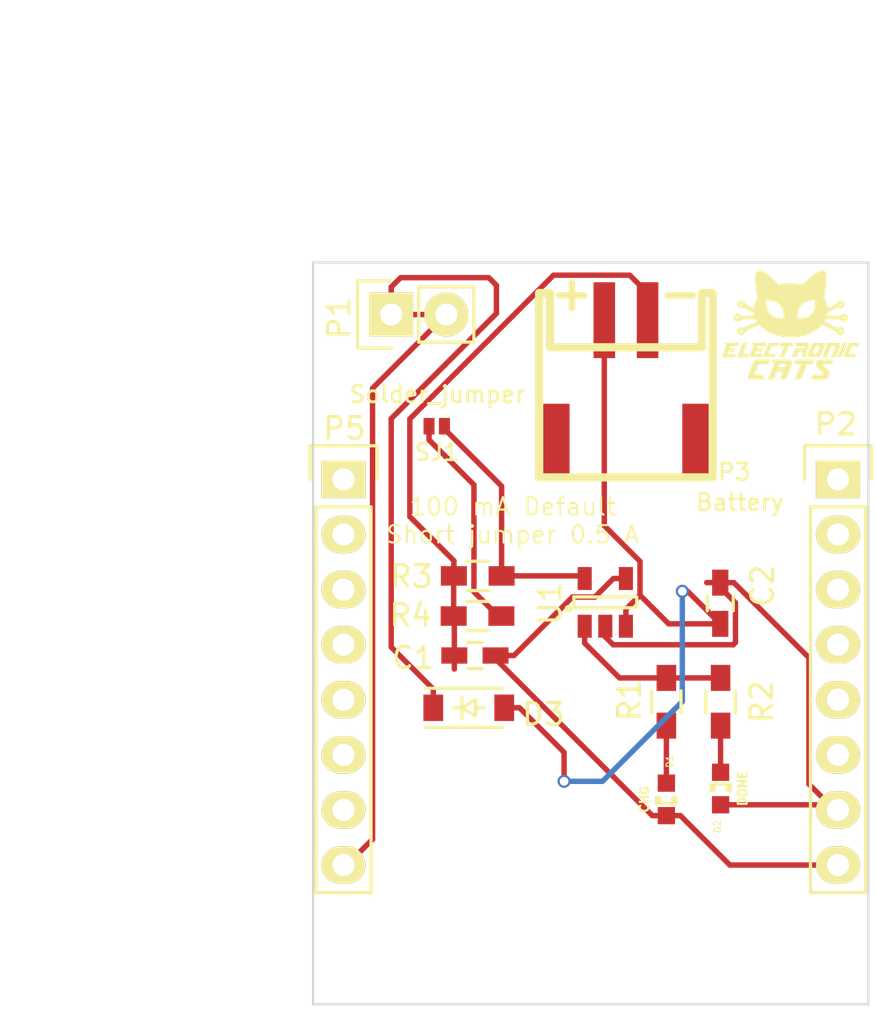
<source format=kicad_pcb>
(kicad_pcb (version 4) (host pcbnew 4.0.2+dfsg1-stable)

  (general
    (links 23)
    (no_connects 1)
    (area 133.949999 94.749999 159.650001 129.050001)
    (thickness 1.6)
    (drawings 8)
    (tracks 92)
    (zones 0)
    (modules 16)
    (nets 23)
  )

  (page A4)
  (title_block
    (title WemoBackpackLipo)
    (date 2016-05-07)
    (rev 1.2)
    (company ElectronicCats)
    (comment 1 Wero1414)
    (comment 2 Sabas)
  )

  (layers
    (0 F.Cu signal)
    (31 B.Cu signal)
    (32 B.Adhes user)
    (33 F.Adhes user)
    (34 B.Paste user)
    (35 F.Paste user)
    (36 B.SilkS user)
    (37 F.SilkS user)
    (38 B.Mask user)
    (39 F.Mask user)
    (40 Dwgs.User user)
    (41 Cmts.User user)
    (42 Eco1.User user)
    (43 Eco2.User user)
    (44 Edge.Cuts user)
    (45 Margin user)
    (46 B.CrtYd user)
    (47 F.CrtYd user)
    (48 B.Fab user)
    (49 F.Fab user)
  )

  (setup
    (last_trace_width 0.25)
    (trace_clearance 0.2)
    (zone_clearance 0.254)
    (zone_45_only no)
    (trace_min 0.2)
    (segment_width 0.2)
    (edge_width 0.1)
    (via_size 0.6)
    (via_drill 0.4)
    (via_min_size 0.4)
    (via_min_drill 0.3)
    (uvia_size 0.3)
    (uvia_drill 0.1)
    (uvias_allowed no)
    (uvia_min_size 0.2)
    (uvia_min_drill 0.1)
    (pcb_text_width 0.3)
    (pcb_text_size 1.5 1.5)
    (mod_edge_width 0.15)
    (mod_text_size 1 1)
    (mod_text_width 0.15)
    (pad_size 1.5 1.5)
    (pad_drill 0.6)
    (pad_to_mask_clearance 0)
    (aux_axis_origin 0 0)
    (visible_elements 7FFFFFFF)
    (pcbplotparams
      (layerselection 0x010f0_80000001)
      (usegerberextensions false)
      (excludeedgelayer true)
      (linewidth 0.100000)
      (plotframeref false)
      (viasonmask false)
      (mode 1)
      (useauxorigin false)
      (hpglpennumber 1)
      (hpglpenspeed 20)
      (hpglpendiameter 15)
      (hpglpenoverlay 2)
      (psnegative false)
      (psa4output false)
      (plotreference true)
      (plotvalue true)
      (plotinvisibletext false)
      (padsonsilk false)
      (subtractmaskfromsilk false)
      (outputformat 1)
      (mirror false)
      (drillshape 0)
      (scaleselection 1)
      (outputdirectory ../../../svg/))
  )

  (net 0 "")
  (net 1 +5V)
  (net 2 GND)
  (net 3 /VBat)
  (net 4 +3V3)
  (net 5 /TX)
  (net 6 /RX)
  (net 7 /D1)
  (net 8 /D2)
  (net 9 /D3)
  (net 10 /D4)
  (net 11 /RST)
  (net 12 /A0)
  (net 13 /D0)
  (net 14 /D5)
  (net 15 /D6)
  (net 16 /D7)
  (net 17 /D8)
  (net 18 "Net-(R1-Pad1)")
  (net 19 "Net-(D1-Pad1)")
  (net 20 "Net-(D2-Pad2)")
  (net 21 "Net-(R3-Pad2)")
  (net 22 "Net-(R4-Pad2)")

  (net_class Default "This is the default net class."
    (clearance 0.2)
    (trace_width 0.25)
    (via_dia 0.6)
    (via_drill 0.4)
    (uvia_dia 0.3)
    (uvia_drill 0.1)
    (add_net +3V3)
    (add_net +5V)
    (add_net /A0)
    (add_net /D0)
    (add_net /D1)
    (add_net /D2)
    (add_net /D3)
    (add_net /D4)
    (add_net /D5)
    (add_net /D6)
    (add_net /D7)
    (add_net /D8)
    (add_net /RST)
    (add_net /RX)
    (add_net /TX)
    (add_net /VBat)
    (add_net GND)
    (add_net "Net-(D1-Pad1)")
    (add_net "Net-(D2-Pad2)")
    (add_net "Net-(R1-Pad1)")
    (add_net "Net-(R3-Pad2)")
    (add_net "Net-(R4-Pad2)")
  )

  (module open-project:CONN_JST-2_SMD (layer F.Cu) (tedit 514E250F) (tstamp 572E3D06)
    (at 148.42178 104.70916)
    (tags JST)
    (path /56367B1E)
    (fp_text reference P3 (at 5 -0.25) (layer F.SilkS)
      (effects (font (size 0.762 0.762) (thickness 0.127)))
    )
    (fp_text value Battery (at 5.25 1.15) (layer F.SilkS)
      (effects (font (size 0.762 0.762) (thickness 0.127)))
    )
    (fp_line (start -4.0005 0) (end 4.0005 0) (layer F.SilkS) (width 0.381))
    (fp_line (start 4.0005 0) (end 4.0005 -8.49884) (layer F.SilkS) (width 0.381))
    (fp_line (start 4.0005 -8.49884) (end 3.50012 -8.49884) (layer F.SilkS) (width 0.381))
    (fp_line (start 3.50012 -8.49884) (end 3.50012 -5.99948) (layer F.SilkS) (width 0.381))
    (fp_line (start 3.50012 -5.99948) (end -3.50012 -5.99948) (layer F.SilkS) (width 0.381))
    (fp_line (start -3.50012 -5.99948) (end -3.50012 -8.49884) (layer F.SilkS) (width 0.381))
    (fp_line (start -3.50012 -8.49884) (end -4.0005 -8.49884) (layer F.SilkS) (width 0.381))
    (fp_line (start -4.0005 -8.49884) (end -4.0005 0) (layer F.SilkS) (width 0.381))
    (fp_text user - (at 2.49936 -8.49884) (layer F.SilkS)
      (effects (font (thickness 0.3048)))
    )
    (fp_text user + (at -2.49936 -8.49884) (layer F.SilkS)
      (effects (font (thickness 0.3048)))
    )
    (pad "" smd rect (at -3.34772 -1.69926) (size 1.4986 3.39598) (layers F.Cu F.Paste F.Mask))
    (pad 1 smd rect (at -0.99822 -7.24916) (size 0.99568 3.49758) (layers F.Cu F.Paste F.Mask)
      (net 3 /VBat))
    (pad 2 smd rect (at 0.99822 -7.24916) (size 0.99568 3.49758) (layers F.Cu F.Paste F.Mask)
      (net 2 GND))
    (pad "" smd rect (at 3.34772 -1.69926) (size 1.4986 3.39598) (layers F.Cu F.Paste F.Mask))
  )

  (module theinventorhouse:electronic_cats_logo_4x3 (layer F.Cu) (tedit 0) (tstamp 572E4900)
    (at 156.02 97.68)
    (fp_text reference G*** (at 0 0) (layer F.SilkS) hide
      (effects (font (thickness 0.3)))
    )
    (fp_text value LOGO (at 0.75 0) (layer F.SilkS) hide
      (effects (font (thickness 0.3)))
    )
    (fp_poly (pts (xy -1.133964 1.600852) (xy -1.092992 1.600938) (xy -1.056541 1.601098) (xy -1.025271 1.601329)
      (xy -0.999842 1.601627) (xy -0.980915 1.601989) (xy -0.969148 1.602409) (xy -0.9652 1.602874)
      (xy -0.966681 1.608018) (xy -0.970753 1.619593) (xy -0.976866 1.636167) (xy -0.984469 1.656309)
      (xy -0.993009 1.678588) (xy -1.001936 1.701574) (xy -1.010697 1.723835) (xy -1.018741 1.74394)
      (xy -1.025517 1.760459) (xy -1.029755 1.77036) (xy -1.042328 1.798705) (xy -1.237656 1.799994)
      (xy -1.283426 1.800306) (xy -1.321513 1.800611) (xy -1.352701 1.800946) (xy -1.377774 1.80135)
      (xy -1.397515 1.801862) (xy -1.412709 1.80252) (xy -1.42414 1.803363) (xy -1.43259 1.804429)
      (xy -1.438844 1.805756) (xy -1.443686 1.807384) (xy -1.447899 1.80935) (xy -1.449917 1.81042)
      (xy -1.467438 1.82183) (xy -1.48261 1.836394) (xy -1.496276 1.855337) (xy -1.509281 1.879882)
      (xy -1.522468 1.911252) (xy -1.526109 1.920889) (xy -1.531982 1.936366) (xy -1.540545 1.958438)
      (xy -1.551304 1.985852) (xy -1.563764 2.017359) (xy -1.577431 2.051706) (xy -1.591808 2.087644)
      (xy -1.606038 2.123016) (xy -1.61982 2.157296) (xy -1.632668 2.189483) (xy -1.644216 2.218645)
      (xy -1.654102 2.243853) (xy -1.661961 2.264175) (xy -1.667427 2.278683) (xy -1.670136 2.286446)
      (xy -1.670304 2.287058) (xy -1.673085 2.2987) (xy -1.296481 2.2987) (xy -1.255246 2.386541)
      (xy -1.242867 2.413054) (xy -1.231248 2.438201) (xy -1.221036 2.460559) (xy -1.212879 2.47871)
      (xy -1.207424 2.49123) (xy -1.206085 2.494491) (xy -1.198157 2.5146) (xy -1.548404 2.514412)
      (xy -1.611064 2.514373) (xy -1.665819 2.514317) (xy -1.71323 2.514233) (xy -1.753858 2.514107)
      (xy -1.788265 2.513927) (xy -1.817011 2.513679) (xy -1.840659 2.513351) (xy -1.859768 2.51293)
      (xy -1.874902 2.512404) (xy -1.88662 2.511759) (xy -1.895485 2.510982) (xy -1.902058 2.510062)
      (xy -1.906899 2.508984) (xy -1.91057 2.507737) (xy -1.913633 2.506307) (xy -1.914092 2.506067)
      (xy -1.936404 2.489648) (xy -1.953991 2.467093) (xy -1.966152 2.439715) (xy -1.97219 2.408825)
      (xy -1.972734 2.395975) (xy -1.971402 2.376928) (xy -1.967292 2.353844) (xy -1.960236 2.326202)
      (xy -1.950064 2.293483) (xy -1.936605 2.255165) (xy -1.919691 2.210728) (xy -1.899151 2.159651)
      (xy -1.883197 2.121268) (xy -1.871066 2.091929) (xy -1.857732 2.05891) (xy -1.844538 2.025588)
      (xy -1.832831 1.995338) (xy -1.828931 1.985032) (xy -1.809949 1.935304) (xy -1.790511 1.886009)
      (xy -1.771284 1.83877) (xy -1.752938 1.795213) (xy -1.736141 1.756961) (xy -1.725953 1.734827)
      (xy -1.704548 1.695296) (xy -1.680964 1.663322) (xy -1.654497 1.638124) (xy -1.62444 1.61892)
      (xy -1.618715 1.616097) (xy -1.589617 1.602316) (xy -1.277409 1.601079) (xy -1.226833 1.600919)
      (xy -1.178798 1.600844) (xy -1.133964 1.600852)) (layer F.SilkS) (width 0.01))
    (fp_poly (pts (xy -0.568797 1.600884) (xy -0.501416 1.601024) (xy -0.445559 1.601184) (xy -0.376658 1.60141)
      (xy -0.315708 1.601635) (xy -0.262193 1.60187) (xy -0.215598 1.602124) (xy -0.175407 1.602409)
      (xy -0.141105 1.602733) (xy -0.112175 1.603107) (xy -0.088102 1.603542) (xy -0.06837 1.604047)
      (xy -0.052464 1.604632) (xy -0.039869 1.605308) (xy -0.030067 1.606084) (xy -0.022544 1.606971)
      (xy -0.016784 1.607978) (xy -0.012272 1.609117) (xy -0.010399 1.609713) (xy 0.016829 1.623215)
      (xy 0.039304 1.643191) (xy 0.056309 1.66867) (xy 0.067126 1.698682) (xy 0.070392 1.718939)
      (xy 0.070865 1.735293) (xy 0.06932 1.753866) (xy 0.065559 1.775291) (xy 0.059382 1.800205)
      (xy 0.05059 1.829241) (xy 0.038983 1.863034) (xy 0.024362 1.902219) (xy 0.006528 1.947431)
      (xy -0.014718 1.999304) (xy -0.026567 2.02766) (xy -0.036138 2.050742) (xy -0.048247 2.080432)
      (xy -0.062381 2.115441) (xy -0.078023 2.15448) (xy -0.094659 2.19626) (xy -0.111774 2.239493)
      (xy -0.128852 2.28289) (xy -0.141664 2.315633) (xy -0.218477 2.512483) (xy -0.354772 2.5136)
      (xy -0.396046 2.51381) (xy -0.430282 2.513712) (xy -0.457187 2.513312) (xy -0.476471 2.512618)
      (xy -0.48784 2.511635) (xy -0.491067 2.51054) (xy -0.489564 2.505832) (xy -0.485269 2.494083)
      (xy -0.478501 2.476126) (xy -0.469579 2.452793) (xy -0.458823 2.424917) (xy -0.446552 2.393332)
      (xy -0.433085 2.358869) (xy -0.424885 2.337973) (xy -0.410795 2.302073) (xy -0.397635 2.268446)
      (xy -0.385736 2.237944) (xy -0.37543 2.211424) (xy -0.367048 2.189739) (xy -0.360923 2.173743)
      (xy -0.357385 2.164291) (xy -0.356658 2.162175) (xy -0.356543 2.160167) (xy -0.357974 2.158558)
      (xy -0.361777 2.157303) (xy -0.368777 2.156359) (xy -0.3798 2.155682) (xy -0.39567 2.155228)
      (xy -0.417213 2.154954) (xy -0.445255 2.154816) (xy -0.48062 2.154769) (xy -0.496351 2.154766)
      (xy -0.638089 2.154766) (xy -0.661611 2.210858) (xy -0.669842 2.230692) (xy -0.680443 2.256552)
      (xy -0.692667 2.286593) (xy -0.705763 2.31897) (xy -0.718983 2.351839) (xy -0.728045 2.37449)
      (xy -0.739775 2.403723) (xy -0.750907 2.431156) (xy -0.760934 2.455568) (xy -0.769352 2.475736)
      (xy -0.775653 2.490437) (xy -0.779265 2.498315) (xy -0.787573 2.5146) (xy -0.920837 2.5146)
      (xy -0.962439 2.514465) (xy -0.996536 2.514066) (xy -1.022924 2.513409) (xy -1.041403 2.512501)
      (xy -1.05177 2.511347) (xy -1.0541 2.510333) (xy -1.052567 2.505813) (xy -1.048156 2.494144)
      (xy -1.041148 2.476035) (xy -1.031826 2.45219) (xy -1.02047 2.423318) (xy -1.007363 2.390124)
      (xy -0.992786 2.353316) (xy -0.977021 2.3136) (xy -0.96035 2.271684) (xy -0.943054 2.228272)
      (xy -0.925415 2.184074) (xy -0.907715 2.139794) (xy -0.890235 2.09614) (xy -0.873258 2.053819)
      (xy -0.857064 2.013537) (xy -0.841936 1.976002) (xy -0.833813 1.955912) (xy -0.55877 1.955912)
      (xy -0.41591 1.954797) (xy -0.27305 1.953683) (xy -0.259598 1.926166) (xy -0.251375 1.907499)
      (xy -0.24299 1.885522) (xy -0.236572 1.866001) (xy -0.231832 1.848728) (xy -0.229723 1.837258)
      (xy -0.230025 1.829419) (xy -0.232289 1.823468) (xy -0.235902 1.817242) (xy -0.23998 1.812299)
      (xy -0.24549 1.808477) (xy -0.253399 1.805617) (xy -0.264674 1.803557) (xy -0.280283 1.802137)
      (xy -0.301194 1.801194) (xy -0.328374 1.800569) (xy -0.36279 1.800101) (xy -0.373506 1.79998)
      (xy -0.490894 1.798677) (xy -0.499419 1.81268) (xy -0.5057 1.824687) (xy -0.514332 1.843738)
      (xy -0.524909 1.868871) (xy -0.537023 1.899122) (xy -0.548703 1.929397) (xy -0.55877 1.955912)
      (xy -0.833813 1.955912) (xy -0.828155 1.941919) (xy -0.816003 1.911996) (xy -0.805761 1.886939)
      (xy -0.801378 1.876292) (xy -0.769404 1.798901) (xy -0.814386 1.704152) (xy -0.826788 1.677843)
      (xy -0.837881 1.653956) (xy -0.84717 1.633587) (xy -0.854159 1.617831) (xy -0.858353 1.607784)
      (xy -0.859367 1.604644) (xy -0.856935 1.603806) (xy -0.849427 1.603078) (xy -0.836528 1.602456)
      (xy -0.817923 1.60194) (xy -0.793297 1.601525) (xy -0.762333 1.601209) (xy -0.724717 1.600989)
      (xy -0.680132 1.600864) (xy -0.628264 1.60083) (xy -0.568797 1.600884)) (layer F.SilkS) (width 0.01))
    (fp_poly (pts (xy 0.75403 1.599826) (xy 0.804623 1.599924) (xy 0.853372 1.600094) (xy 0.899589 1.600335)
      (xy 0.942589 1.600648) (xy 0.981687 1.601034) (xy 1.016197 1.601494) (xy 1.045433 1.602028)
      (xy 1.06871 1.602637) (xy 1.085342 1.603322) (xy 1.094643 1.604083) (xy 1.096433 1.604624)
      (xy 1.094966 1.609664) (xy 1.090846 1.621449) (xy 1.084495 1.638837) (xy 1.076333 1.660683)
      (xy 1.066783 1.685844) (xy 1.059771 1.704107) (xy 1.023109 1.799166) (xy 0.757909 1.799166)
      (xy 0.74659 1.821391) (xy 0.741069 1.833236) (xy 0.733436 1.850992) (xy 0.724531 1.872635)
      (xy 0.715197 1.896141) (xy 0.710954 1.907116) (xy 0.700351 1.934493) (xy 0.688531 1.964511)
      (xy 0.676806 1.993866) (xy 0.666487 2.019254) (xy 0.664721 2.023533) (xy 0.658931 2.037695)
      (xy 0.650416 2.058776) (xy 0.639558 2.085819) (xy 0.626739 2.117868) (xy 0.612341 2.153964)
      (xy 0.596746 2.193152) (xy 0.580336 2.234475) (xy 0.563493 2.276975) (xy 0.556571 2.294466)
      (xy 0.470337 2.512483) (xy 0.330619 2.513598) (xy 0.1909 2.514713) (xy 0.195022 2.503015)
      (xy 0.197184 2.497397) (xy 0.202258 2.484508) (xy 0.210008 2.464937) (xy 0.220199 2.439273)
      (xy 0.232597 2.408105) (xy 0.246967 2.372023) (xy 0.263075 2.331616) (xy 0.280685 2.287473)
      (xy 0.299564 2.240184) (xy 0.319477 2.190337) (xy 0.336232 2.148416) (xy 0.356681 2.097178)
      (xy 0.376162 2.048186) (xy 0.394454 2.00201) (xy 0.411335 1.95922) (xy 0.426581 1.920386)
      (xy 0.43997 1.886077) (xy 0.45128 1.856864) (xy 0.460288 1.833316) (xy 0.466771 1.816003)
      (xy 0.470508 1.805495) (xy 0.47136 1.802341) (xy 0.466823 1.801612) (xy 0.454779 1.800941)
      (xy 0.43619 1.80035) (xy 0.412017 1.799857) (xy 0.38322 1.799482) (xy 0.350761 1.799245)
      (xy 0.316964 1.799166) (xy 0.164529 1.799166) (xy 0.167423 1.789641) (xy 0.169492 1.783719)
      (xy 0.174026 1.771257) (xy 0.180507 1.753643) (xy 0.18842 1.732262) (xy 0.19725 1.7085)
      (xy 0.20648 1.683745) (xy 0.215595 1.659381) (xy 0.224079 1.636796) (xy 0.231417 1.617374)
      (xy 0.235944 1.605491) (xy 0.240376 1.604671) (xy 0.252561 1.603912) (xy 0.271816 1.603215)
      (xy 0.297453 1.602581) (xy 0.328787 1.602009) (xy 0.365133 1.601502) (xy 0.405804 1.601059)
      (xy 0.450116 1.600681) (xy 0.497382 1.60037) (xy 0.546917 1.600125) (xy 0.598035 1.599947)
      (xy 0.65005 1.599838) (xy 0.702277 1.599797) (xy 0.75403 1.599826)) (layer F.SilkS) (width 0.01))
    (fp_poly (pts (xy 1.836538 1.601024) (xy 1.874161 1.601154) (xy 1.906668 1.601356) (xy 1.933412 1.601625)
      (xy 1.953747 1.60196) (xy 1.967024 1.602357) (xy 1.972598 1.602813) (xy 1.972733 1.602901)
      (xy 1.971232 1.607549) (xy 1.967027 1.618902) (xy 1.960562 1.635804) (xy 1.952279 1.6571)
      (xy 1.942625 1.681636) (xy 1.937266 1.695148) (xy 1.926914 1.721231) (xy 1.91753 1.744967)
      (xy 1.909597 1.765127) (xy 1.903598 1.780478) (xy 1.900018 1.789789) (xy 1.899299 1.791758)
      (xy 1.898247 1.79353) (xy 1.895904 1.794995) (xy 1.891532 1.796184) (xy 1.884391 1.797124)
      (xy 1.873742 1.797845) (xy 1.858847 1.798376) (xy 1.838966 1.798745) (xy 1.81336 1.798981)
      (xy 1.78129 1.799113) (xy 1.742018 1.799171) (xy 1.709341 1.799182) (xy 1.664473 1.799202)
      (xy 1.627284 1.799275) (xy 1.596985 1.799433) (xy 1.572789 1.799708) (xy 1.553907 1.800133)
      (xy 1.539552 1.800739) (xy 1.528935 1.801558) (xy 1.521269 1.802622) (xy 1.515764 1.803965)
      (xy 1.511634 1.805617) (xy 1.508502 1.807357) (xy 1.498761 1.814736) (xy 1.493294 1.822934)
      (xy 1.492433 1.832571) (xy 1.49651 1.844264) (xy 1.505858 1.858632) (xy 1.520809 1.876292)
      (xy 1.541695 1.897864) (xy 1.568848 1.923964) (xy 1.573512 1.928336) (xy 1.60935 1.962486)
      (xy 1.642982 1.995789) (xy 1.673548 2.027334) (xy 1.700183 2.056211) (xy 1.722027 2.081509)
      (xy 1.738216 2.102317) (xy 1.738242 2.102352) (xy 1.756149 2.133224) (xy 1.770208 2.169609)
      (xy 1.779578 2.209103) (xy 1.782116 2.227982) (xy 1.783747 2.265244) (xy 1.781577 2.30336)
      (xy 1.77596 2.340255) (xy 1.767245 2.37386) (xy 1.755784 2.402102) (xy 1.751217 2.41029)
      (xy 1.733088 2.43438) (xy 1.709516 2.45758) (xy 1.683358 2.477315) (xy 1.665858 2.48729)
      (xy 1.656038 2.492098) (xy 1.647163 2.496307) (xy 1.638625 2.499955) (xy 1.629814 2.503084)
      (xy 1.620125 2.505732) (xy 1.608949 2.507941) (xy 1.595678 2.509749) (xy 1.579704 2.511197)
      (xy 1.56042 2.512324) (xy 1.537217 2.513171) (xy 1.509488 2.513778) (xy 1.476625 2.514184)
      (xy 1.438021 2.514429) (xy 1.393067 2.514554) (xy 1.341155 2.514598) (xy 1.281679 2.514601)
      (xy 1.25006 2.5146) (xy 1.196011 2.514554) (xy 1.144925 2.514422) (xy 1.097401 2.51421)
      (xy 1.054034 2.513924) (xy 1.015423 2.513571) (xy 0.982164 2.513158) (xy 0.954854 2.512691)
      (xy 0.934092 2.512177) (xy 0.920473 2.511623) (xy 0.914595 2.511034) (xy 0.914399 2.510904)
      (xy 0.915864 2.506107) (xy 0.919989 2.4945) (xy 0.926371 2.477167) (xy 0.934609 2.45519)
      (xy 0.944299 2.429653) (xy 0.954125 2.404012) (xy 0.99385 2.300816) (xy 1.239008 2.2987)
      (xy 1.29098 2.298236) (xy 1.335155 2.297798) (xy 1.372203 2.297359) (xy 1.402794 2.296894)
      (xy 1.427598 2.296378) (xy 1.447283 2.295785) (xy 1.462521 2.29509) (xy 1.473981 2.294268)
      (xy 1.482332 2.293292) (xy 1.488244 2.292138) (xy 1.492387 2.29078) (xy 1.495431 2.289193)
      (xy 1.495809 2.288951) (xy 1.506888 2.279959) (xy 1.512915 2.270242) (xy 1.513603 2.259117)
      (xy 1.508666 2.245901) (xy 1.49782 2.229912) (xy 1.480778 2.210467) (xy 1.457255 2.186884)
      (xy 1.450319 2.180253) (xy 1.433326 2.163969) (xy 1.41177 2.143071) (xy 1.387064 2.118943)
      (xy 1.360619 2.092968) (xy 1.33385 2.06653) (xy 1.309831 2.042669) (xy 1.281055 2.013761)
      (xy 1.25778 1.989825) (xy 1.239301 1.970074) (xy 1.224913 1.953724) (xy 1.213909 1.939987)
      (xy 1.205585 1.928078) (xy 1.202538 1.923127) (xy 1.185636 1.890663) (xy 1.174891 1.860066)
      (xy 1.16947 1.82842) (xy 1.1684 1.803231) (xy 1.1712 1.758308) (xy 1.179751 1.719471)
      (xy 1.194276 1.686392) (xy 1.215 1.658743) (xy 1.242148 1.636195) (xy 1.275943 1.61842)
      (xy 1.300716 1.609534) (xy 1.305703 1.608248) (xy 1.312129 1.607122) (xy 1.320577 1.606141)
      (xy 1.331631 1.605293) (xy 1.345875 1.604562) (xy 1.363891 1.603935) (xy 1.386262 1.603399)
      (xy 1.413572 1.602939) (xy 1.446403 1.602541) (xy 1.48534 1.602192) (xy 1.530965 1.601878)
      (xy 1.583862 1.601585) (xy 1.644613 1.601299) (xy 1.647825 1.601285) (xy 1.699442 1.601096)
      (xy 1.748532 1.600992) (xy 1.794446 1.600969) (xy 1.836538 1.601024)) (layer F.SilkS) (width 0.01))
    (fp_poly (pts (xy -2.016609 0.839179) (xy -2.018583 0.844752) (xy -2.023402 0.857481) (xy -2.030789 0.876656)
      (xy -2.040466 0.901563) (xy -2.052155 0.93149) (xy -2.065576 0.965725) (xy -2.080453 1.003555)
      (xy -2.096507 1.044269) (xy -2.11346 1.087154) (xy -2.113782 1.087966) (xy -2.208454 1.327149)
      (xy -2.06731 1.328264) (xy -2.033702 1.328595) (xy -2.002957 1.329022) (xy -1.976056 1.329523)
      (xy -1.953982 1.330074) (xy -1.937715 1.330652) (xy -1.928237 1.331234) (xy -1.926167 1.331635)
      (xy -1.927691 1.336108) (xy -1.931913 1.347081) (xy -1.938308 1.363224) (xy -1.946349 1.383207)
      (xy -1.953347 1.400409) (xy -1.962599 1.423311) (xy -1.97086 1.444242) (xy -1.977519 1.461621)
      (xy -1.981968 1.473866) (xy -1.98344 1.47853) (xy -1.986352 1.490133) (xy -2.472838 1.490133)
      (xy -2.470026 1.480608) (xy -2.468048 1.475274) (xy -2.463163 1.462688) (xy -2.455611 1.443455)
      (xy -2.445634 1.418184) (xy -2.433471 1.387479) (xy -2.419365 1.35195) (xy -2.403555 1.312201)
      (xy -2.386282 1.26884) (xy -2.367788 1.222474) (xy -2.348313 1.17371) (xy -2.339421 1.151466)
      (xy -2.211628 0.831849) (xy -2.112869 0.830712) (xy -2.01411 0.829574) (xy -2.016609 0.839179)) (layer F.SilkS) (width 0.01))
    (fp_poly (pts (xy 1.32766 0.834125) (xy 1.377213 0.834417) (xy 1.418597 0.834905) (xy 1.451753 0.835589)
      (xy 1.476618 0.836467) (xy 1.493134 0.837537) (xy 1.500716 0.838639) (xy 1.524464 0.849169)
      (xy 1.543244 0.865737) (xy 1.556027 0.887021) (xy 1.561785 0.911701) (xy 1.562007 0.917356)
      (xy 1.561543 0.925902) (xy 1.559915 0.936215) (xy 1.55689 0.948964) (xy 1.552236 0.964819)
      (xy 1.545722 0.984451) (xy 1.537115 1.008529) (xy 1.526183 1.037723) (xy 1.512695 1.072704)
      (xy 1.496418 1.114141) (xy 1.47712 1.162705) (xy 1.476568 1.164088) (xy 1.454296 1.219538)
      (xy 1.434606 1.267639) (xy 1.417166 1.308987) (xy 1.401647 1.344183) (xy 1.387717 1.373826)
      (xy 1.375045 1.398514) (xy 1.363301 1.418848) (xy 1.352153 1.435426) (xy 1.341272 1.448847)
      (xy 1.330327 1.459712) (xy 1.318986 1.468618) (xy 1.306919 1.476165) (xy 1.303153 1.478229)
      (xy 1.284816 1.488016) (xy 1.068916 1.488767) (xy 1.017209 1.48886) (xy 0.971125 1.488764)
      (xy 0.931105 1.488487) (xy 0.897592 1.488036) (xy 0.87103 1.487416) (xy 0.85186 1.486635)
      (xy 0.840526 1.485699) (xy 0.838199 1.485259) (xy 0.817586 1.475137) (xy 0.801009 1.458537)
      (xy 0.789384 1.436848) (xy 0.783626 1.411463) (xy 0.783166 1.40162) (xy 0.783507 1.391753)
      (xy 0.784693 1.381188) (xy 0.786971 1.369195) (xy 0.790585 1.355042) (xy 0.795782 1.338)
      (xy 0.802807 1.317338) (xy 0.804977 1.311372) (xy 1.012583 1.311372) (xy 1.017144 1.319721)
      (xy 1.027188 1.324972) (xy 1.043465 1.327838) (xy 1.066726 1.329032) (xy 1.096621 1.329266)
      (xy 1.126604 1.328964) (xy 1.149454 1.327989) (xy 1.166484 1.326241) (xy 1.179009 1.323618)
      (xy 1.181852 1.322726) (xy 1.196236 1.316116) (xy 1.209031 1.307479) (xy 1.212149 1.304597)
      (xy 1.218128 1.295871) (xy 1.226682 1.279674) (xy 1.237587 1.256526) (xy 1.250614 1.226946)
      (xy 1.26554 1.191454) (xy 1.282139 1.150568) (xy 1.300184 1.104809) (xy 1.30971 1.080181)
      (xy 1.319565 1.054416) (xy 1.326658 1.035289) (xy 1.331304 1.021552) (xy 1.333819 1.011956)
      (xy 1.334519 1.005253) (xy 1.333721 1.000193) (xy 1.331739 0.995529) (xy 1.331325 0.994722)
      (xy 1.323927 0.98523) (xy 1.315131 0.979809) (xy 1.315057 0.97979) (xy 1.307671 0.979048)
      (xy 1.293451 0.978557) (xy 1.274027 0.978339) (xy 1.251026 0.978415) (xy 1.232879 0.978671)
      (xy 1.20608 0.979254) (xy 1.186357 0.979971) (xy 1.172319 0.980987) (xy 1.162575 0.98247)
      (xy 1.155735 0.984587) (xy 1.150407 0.987505) (xy 1.148586 0.988788) (xy 1.134918 1.002027)
      (xy 1.121467 1.020446) (xy 1.110285 1.040959) (xy 1.105158 1.054099) (xy 1.101641 1.064053)
      (xy 1.095508 1.080207) (xy 1.087392 1.100944) (xy 1.077925 1.124646) (xy 1.067965 1.149148)
      (xy 1.057178 1.175722) (xy 1.046553 1.202376) (xy 1.036894 1.22706) (xy 1.029004 1.247725)
      (xy 1.024283 1.260611) (xy 1.016903 1.282529) (xy 1.012753 1.299212) (xy 1.012583 1.311372)
      (xy 0.804977 1.311372) (xy 0.811906 1.292325) (xy 0.823325 1.262231) (xy 0.837309 1.226326)
      (xy 0.854104 1.183878) (xy 0.868724 1.147233) (xy 0.890572 1.092865) (xy 0.90976 1.045826)
      (xy 0.926612 1.005523) (xy 0.941453 0.971364) (xy 0.95461 0.942754) (xy 0.966407 0.919101)
      (xy 0.97717 0.899811) (xy 0.987223 0.884292) (xy 0.996893 0.87195) (xy 1.006505 0.862191)
      (xy 1.016383 0.854424) (xy 1.026854 0.848054) (xy 1.03505 0.843949) (xy 1.056216 0.834049)
      (xy 1.27 0.834031) (xy 1.32766 0.834125)) (layer F.SilkS) (width 0.01))
    (fp_poly (pts (xy 2.019181 0.833992) (xy 2.064082 0.834081) (xy 2.102309 0.834273) (xy 2.13446 0.834606)
      (xy 2.161132 0.835118) (xy 2.182923 0.835848) (xy 2.200431 0.836834) (xy 2.214254 0.838114)
      (xy 2.224988 0.839728) (xy 2.233232 0.841713) (xy 2.239583 0.844108) (xy 2.244639 0.846951)
      (xy 2.248997 0.850281) (xy 2.253255 0.854136) (xy 2.255662 0.856393) (xy 2.269156 0.872121)
      (xy 2.277699 0.890086) (xy 2.2813 0.911158) (xy 2.279968 0.93621) (xy 2.273713 0.966113)
      (xy 2.262543 1.001737) (xy 2.257369 1.015999) (xy 2.251556 1.031247) (xy 2.242965 1.053331)
      (xy 2.231995 1.081245) (xy 2.219047 1.113978) (xy 2.204522 1.15052) (xy 2.188819 1.189863)
      (xy 2.172341 1.230998) (xy 2.155486 1.272915) (xy 2.152009 1.281541) (xy 2.067983 1.489933)
      (xy 1.969558 1.490033) (xy 1.934074 1.489903) (xy 1.906772 1.489426) (xy 1.887375 1.488588)
      (xy 1.875605 1.487377) (xy 1.871183 1.48578) (xy 1.871133 1.485563) (xy 1.872657 1.480906)
      (xy 1.877048 1.469085) (xy 1.884033 1.4508) (xy 1.893338 1.426752) (xy 1.904692 1.397639)
      (xy 1.917821 1.364162) (xy 1.932452 1.32702) (xy 1.948313 1.286913) (xy 1.964266 1.246716)
      (xy 1.981083 1.204237) (xy 1.996925 1.163882) (xy 2.011515 1.126375) (xy 2.024579 1.09244)
      (xy 2.035843 1.062799) (xy 2.045031 1.038175) (xy 2.051868 1.019291) (xy 2.05608 1.006871)
      (xy 2.0574 1.001759) (xy 2.056728 0.994398) (xy 2.054078 0.988713) (xy 2.048497 0.984492)
      (xy 2.039034 0.981522) (xy 2.024736 0.97959) (xy 2.00465 0.978485) (xy 1.977826 0.977994)
      (xy 1.950474 0.977899) (xy 1.862365 0.977899) (xy 1.853483 0.998008) (xy 1.850315 1.005541)
      (xy 1.84431 1.020175) (xy 1.835775 1.041148) (xy 1.825018 1.067702) (xy 1.812345 1.099075)
      (xy 1.798065 1.134507) (xy 1.782484 1.173237) (xy 1.765909 1.214505) (xy 1.750444 1.253066)
      (xy 1.656288 1.488016) (xy 1.557915 1.489154) (xy 1.459542 1.490291) (xy 1.46248 1.47857)
      (xy 1.464544 1.472649) (xy 1.469494 1.459581) (xy 1.477049 1.440071) (xy 1.486932 1.414827)
      (xy 1.498864 1.384554) (xy 1.512567 1.349958) (xy 1.527763 1.311746) (xy 1.544172 1.270624)
      (xy 1.561516 1.227298) (xy 1.564313 1.220323) (xy 1.663208 0.973797) (xy 1.634407 0.913297)
      (xy 1.624297 0.891867) (xy 1.615342 0.872524) (xy 1.608253 0.85683) (xy 1.603741 0.846349)
      (xy 1.602617 0.843382) (xy 1.599629 0.833966) (xy 1.967008 0.833966) (xy 2.019181 0.833992)) (layer F.SilkS) (width 0.01))
    (fp_poly (pts (xy -2.652714 0.829771) (xy -2.602847 0.829883) (xy -2.556136 0.830061) (xy -2.51322 0.8303)
      (xy -2.474737 0.830594) (xy -2.441322 0.830938) (xy -2.413616 0.831324) (xy -2.392254 0.831748)
      (xy -2.377875 0.832203) (xy -2.371117 0.832684) (xy -2.370667 0.832846) (xy -2.372117 0.837632)
      (xy -2.376138 0.848968) (xy -2.382237 0.865512) (xy -2.389919 0.885921) (xy -2.397126 0.904785)
      (xy -2.423584 0.973612) (xy -2.777598 0.973666) (xy -2.790041 1.001108) (xy -2.798505 1.020537)
      (xy -2.807381 1.042078) (xy -2.812869 1.056141) (xy -2.823254 1.083733) (xy -2.685861 1.083733)
      (xy -2.646292 1.083804) (xy -2.614509 1.084035) (xy -2.589834 1.084451) (xy -2.571587 1.085078)
      (xy -2.559089 1.085943) (xy -2.551661 1.08707) (xy -2.548624 1.088486) (xy -2.548467 1.088964)
      (xy -2.549927 1.094541) (xy -2.553956 1.106523) (xy -2.56003 1.123433) (xy -2.567624 1.143793)
      (xy -2.572554 1.156697) (xy -2.596641 1.219199) (xy -2.877877 1.219199) (xy -2.89155 1.252008)
      (xy -2.899201 1.270858) (xy -2.906653 1.290035) (xy -2.912416 1.305697) (xy -2.912884 1.307041)
      (xy -2.920544 1.329266) (xy -2.758847 1.329371) (xy -2.59715 1.329477) (xy -2.563284 1.403757)
      (xy -2.552685 1.427046) (xy -2.543294 1.447758) (xy -2.53568 1.464636) (xy -2.530409 1.47642)
      (xy -2.528049 1.481854) (xy -2.528006 1.481969) (xy -2.531902 1.482698) (xy -2.543877 1.483364)
      (xy -2.563542 1.483964) (xy -2.590509 1.484491) (xy -2.624391 1.484943) (xy -2.664798 1.485312)
      (xy -2.711344 1.485596) (xy -2.763639 1.48579) (xy -2.821296 1.485888) (xy -2.850798 1.485899)
      (xy -3.175 1.485899) (xy -3.175 1.473754) (xy -3.17345 1.467701) (xy -3.168986 1.454538)
      (xy -3.161886 1.434993) (xy -3.152431 1.409798) (xy -3.140899 1.379683) (xy -3.12757 1.345377)
      (xy -3.112724 1.307611) (xy -3.09664 1.267116) (xy -3.081473 1.229279) (xy -3.064434 1.186916)
      (xy -3.048254 1.146618) (xy -3.033226 1.10912) (xy -3.019643 1.075156) (xy -3.007798 1.045459)
      (xy -2.997983 1.020763) (xy -2.990491 1.001802) (xy -2.985616 0.989311) (xy -2.983719 0.984244)
      (xy -2.982488 0.978772) (xy -2.982728 0.972438) (xy -2.984873 0.963944) (xy -2.989359 0.951993)
      (xy -2.996621 0.935287) (xy -3.007095 0.912528) (xy -3.009513 0.907351) (xy -3.019527 0.885554)
      (xy -3.028124 0.866103) (xy -3.034701 0.850424) (xy -3.038653 0.839945) (xy -3.039534 0.836448)
      (xy -3.038945 0.835215) (xy -3.036819 0.834142) (xy -3.032617 0.833217) (xy -3.025799 0.832429)
      (xy -3.015826 0.831768) (xy -3.002158 0.831223) (xy -2.984257 0.830783) (xy -2.961583 0.830437)
      (xy -2.933597 0.830174) (xy -2.899759 0.829984) (xy -2.859531 0.829856) (xy -2.812372 0.829778)
      (xy -2.757744 0.829741) (xy -2.705101 0.829733) (xy -2.652714 0.829771)) (layer F.SilkS) (width 0.01))
    (fp_poly (pts (xy -1.376971 0.829786) (xy -1.314593 0.829947) (xy -1.260652 0.830216) (xy -1.215134 0.830592)
      (xy -1.178025 0.831076) (xy -1.149309 0.831669) (xy -1.128974 0.832369) (xy -1.117004 0.833178)
      (xy -1.113367 0.834032) (xy -1.114825 0.839228) (xy -1.118863 0.850925) (xy -1.12498 0.867739)
      (xy -1.132674 0.888283) (xy -1.139426 0.905953) (xy -1.165486 0.973575) (xy -1.343665 0.974679)
      (xy -1.521845 0.975783) (xy -1.565811 1.083733) (xy -1.290109 1.083733) (xy -1.292458 1.095374)
      (xy -1.294829 1.103484) (xy -1.2997 1.117647) (xy -1.306426 1.13606) (xy -1.314356 1.156918)
      (xy -1.316767 1.163108) (xy -1.338726 1.219199) (xy -1.477412 1.219199) (xy -1.517743 1.219277)
      (xy -1.550291 1.219528) (xy -1.575737 1.219976) (xy -1.594762 1.220647) (xy -1.608049 1.221566)
      (xy -1.616277 1.222759) (xy -1.62013 1.224251) (xy -1.620364 1.224491) (xy -1.623504 1.230322)
      (xy -1.628923 1.242323) (xy -1.63587 1.258761) (xy -1.643591 1.277901) (xy -1.643814 1.278466)
      (xy -1.662995 1.327149) (xy -1.501198 1.328257) (xy -1.339401 1.329364) (xy -1.304701 1.40492)
      (xy -1.29403 1.428287) (xy -1.284688 1.448995) (xy -1.277215 1.465828) (xy -1.27215 1.477571)
      (xy -1.270031 1.483006) (xy -1.270001 1.483188) (xy -1.274126 1.483618) (xy -1.286073 1.484027)
      (xy -1.305196 1.484409) (xy -1.330849 1.48476) (xy -1.362387 1.485074) (xy -1.399165 1.485345)
      (xy -1.440536 1.485568) (xy -1.485857 1.485738) (xy -1.53448 1.48585) (xy -1.585761 1.485898)
      (xy -1.596426 1.485899) (xy -1.922852 1.485899) (xy -1.919932 1.474258) (xy -1.917866 1.468332)
      (xy -1.912919 1.455266) (xy -1.905371 1.435774) (xy -1.895504 1.410568) (xy -1.883599 1.380363)
      (xy -1.869937 1.345872) (xy -1.8548 1.307808) (xy -1.838468 1.266885) (xy -1.821225 1.223817)
      (xy -1.81999 1.220739) (xy -1.802783 1.177745) (xy -1.786552 1.136996) (xy -1.771566 1.099186)
      (xy -1.758096 1.065006) (xy -1.746415 1.035149) (xy -1.736791 1.010309) (xy -1.729497 0.991177)
      (xy -1.724804 0.978447) (xy -1.722981 0.972811) (xy -1.722967 0.97267) (xy -1.724721 0.966904)
      (xy -1.729567 0.954964) (xy -1.736882 0.938283) (xy -1.746045 0.918296) (xy -1.7526 0.904412)
      (xy -1.762621 0.88305) (xy -1.771193 0.864064) (xy -1.777694 0.848892) (xy -1.7815 0.83897)
      (xy -1.782234 0.836038) (xy -1.781457 0.834876) (xy -1.778774 0.833862) (xy -1.773655 0.832989)
      (xy -1.765568 0.832245) (xy -1.753985 0.831621) (xy -1.738374 0.831106) (xy -1.718206 0.830691)
      (xy -1.69295 0.830366) (xy -1.662077 0.83012) (xy -1.625056 0.829944) (xy -1.581357 0.829828)
      (xy -1.530449 0.829762) (xy -1.471803 0.829735) (xy -1.447801 0.829733) (xy -1.376971 0.829786)) (layer F.SilkS) (width 0.01))
    (fp_poly (pts (xy -0.693624 0.834115) (xy -0.646325 0.83433) (xy -0.606523 0.834701) (xy -0.574395 0.835224)
      (xy -0.550118 0.835895) (xy -0.53387 0.836713) (xy -0.525828 0.837673) (xy -0.524934 0.838162)
      (xy -0.526421 0.843327) (xy -0.530537 0.854952) (xy -0.536763 0.871639) (xy -0.544579 0.891988)
      (xy -0.550856 0.908012) (xy -0.576778 0.973666) (xy -0.708547 0.97369) (xy -0.750261 0.973859)
      (xy -0.786042 0.974341) (xy -0.815342 0.975117) (xy -0.837611 0.97617) (xy -0.852297 0.977483)
      (xy -0.85725 0.978391) (xy -0.875606 0.987425) (xy -0.892747 1.003208) (xy -0.907053 1.024033)
      (xy -0.913371 1.037634) (xy -0.917077 1.047052) (xy -0.923474 1.063212) (xy -0.932116 1.084992)
      (xy -0.942557 1.111271) (xy -0.954351 1.140926) (xy -0.967053 1.172835) (xy -0.975404 1.193799)
      (xy -1.028538 1.327149) (xy -0.757876 1.331383) (xy -0.742589 1.363133) (xy -0.731306 1.386878)
      (xy -0.720305 1.410583) (xy -0.710178 1.432917) (xy -0.701512 1.45255) (xy -0.694899 1.468154)
      (xy -0.690927 1.478397) (xy -0.690034 1.481693) (xy -0.694242 1.482685) (xy -0.706772 1.483545)
      (xy -0.727476 1.48427) (xy -0.756211 1.484859) (xy -0.792831 1.485309) (xy -0.837191 1.485617)
      (xy -0.889146 1.48578) (xy -0.934509 1.485807) (xy -0.986332 1.485775) (xy -1.030379 1.485707)
      (xy -1.067341 1.485583) (xy -1.097908 1.48538) (xy -1.122771 1.485078) (xy -1.142621 1.484654)
      (xy -1.158149 1.484088) (xy -1.170044 1.483357) (xy -1.178998 1.482442) (xy -1.185702 1.481319)
      (xy -1.190846 1.479968) (xy -1.19512 1.478367) (xy -1.196696 1.477672) (xy -1.216301 1.464594)
      (xy -1.229947 1.445761) (xy -1.23776 1.420953) (xy -1.239686 1.403421) (xy -1.239651 1.389394)
      (xy -1.237984 1.374014) (xy -1.234406 1.356373) (xy -1.22864 1.33556) (xy -1.220409 1.310666)
      (xy -1.209434 1.280781) (xy -1.195439 1.244996) (xy -1.178974 1.204414) (xy -1.166597 1.174073)
      (xy -1.152456 1.139075) (xy -1.137849 1.102655) (xy -1.124077 1.068049) (xy -1.115963 1.047488)
      (xy -1.099405 1.005924) (xy -1.08514 0.971511) (xy -1.072734 0.94338) (xy -1.061754 0.920664)
      (xy -1.051769 0.902498) (xy -1.042346 0.888013) (xy -1.033053 0.876343) (xy -1.027827 0.870796)
      (xy -1.020162 0.863057) (xy -1.013388 0.85649) (xy -1.006772 0.850999) (xy -0.99958 0.846488)
      (xy -0.991078 0.84286) (xy -0.980534 0.840018) (xy -0.967214 0.837868) (xy -0.950384 0.836311)
      (xy -0.929312 0.835252) (xy -0.903263 0.834595) (xy -0.871504 0.834242) (xy -0.833303 0.834099)
      (xy -0.787925 0.834067) (xy -0.748242 0.834059) (xy -0.693624 0.834115)) (layer F.SilkS) (width 0.01))
    (fp_poly (pts (xy 0.02745 0.830529) (xy 0.058504 0.830713) (xy 0.083663 0.831008) (xy 0.103441 0.831423)
      (xy 0.118351 0.831965) (xy 0.12891 0.832641) (xy 0.135629 0.833459) (xy 0.139024 0.834426)
      (xy 0.139699 0.835226) (xy 0.138223 0.840875) (xy 0.134139 0.852946) (xy 0.127967 0.869995)
      (xy 0.120226 0.890576) (xy 0.114299 0.905933) (xy 0.105836 0.927718) (xy 0.098567 0.946568)
      (xy 0.093004 0.96115) (xy 0.089654 0.970131) (xy 0.088899 0.972378) (xy 0.084866 0.972749)
      (xy 0.073563 0.973078) (xy 0.05619 0.973349) (xy 0.033943 0.973546) (xy 0.00802 0.973652)
      (xy -0.005884 0.973666) (xy -0.100668 0.973666) (xy -0.11014 0.993774) (xy -0.115594 1.006055)
      (xy -0.122997 1.023676) (xy -0.131285 1.044067) (xy -0.137761 1.060449) (xy -0.143235 1.074393)
      (xy -0.151423 1.095107) (xy -0.16189 1.1215) (xy -0.174203 1.152482) (xy -0.187929 1.186961)
      (xy -0.202633 1.223849) (xy -0.217882 1.262054) (xy -0.226131 1.282699) (xy -0.240867 1.319619)
      (xy -0.254757 1.354517) (xy -0.267455 1.386521) (xy -0.278619 1.414762) (xy -0.287905 1.438368)
      (xy -0.294968 1.456468) (xy -0.299466 1.468192) (xy -0.300905 1.472141) (xy -0.305457 1.485899)
      (xy -0.404612 1.485899) (xy -0.438752 1.485723) (xy -0.466163 1.485204) (xy -0.486418 1.484362)
      (xy -0.499089 1.483214) (xy -0.503751 1.481779) (xy -0.503767 1.481682) (xy -0.502233 1.477108)
      (xy -0.497809 1.465359) (xy -0.490763 1.447119) (xy -0.481365 1.423069) (xy -0.469883 1.393892)
      (xy -0.456585 1.360268) (xy -0.441739 1.32288) (xy -0.425614 1.28241) (xy -0.40848 1.239541)
      (xy -0.40585 1.232974) (xy -0.388529 1.189687) (xy -0.37212 1.148613) (xy -0.356899 1.110444)
      (xy -0.343142 1.075876) (xy -0.331124 1.045602) (xy -0.321121 1.020316) (xy -0.313407 1.000712)
      (xy -0.308259 0.987484) (xy -0.305952 0.981326) (xy -0.305873 0.981074) (xy -0.305727 0.978813)
      (xy -0.307327 0.977063) (xy -0.311609 0.97576) (xy -0.319512 0.974839) (xy -0.331972 0.974235)
      (xy -0.349928 0.973881) (xy -0.374316 0.973714) (xy -0.406075 0.973667) (xy -0.412257 0.973666)
      (xy -0.445407 0.973631) (xy -0.471045 0.97348) (xy -0.490124 0.97315) (xy -0.503599 0.972574)
      (xy -0.512424 0.971688) (xy -0.517554 0.970425) (xy -0.519941 0.968722) (xy -0.520541 0.966512)
      (xy -0.52054 0.966258) (xy -0.519022 0.959917) (xy -0.514935 0.947222) (xy -0.508807 0.929699)
      (xy -0.501165 0.908875) (xy -0.496042 0.895349) (xy -0.471705 0.831849) (xy -0.166003 0.830763)
      (xy -0.106225 0.830575) (xy -0.0544 0.830468) (xy -0.010013 0.83045) (xy 0.02745 0.830529)) (layer F.SilkS) (width 0.01))
    (fp_poly (pts (xy 0.368294 0.830122) (xy 0.415046 0.830238) (xy 0.46944 0.830435) (xy 0.49878 0.830558)
      (xy 0.798595 0.831849) (xy 0.823363 0.844549) (xy 0.845254 0.859509) (xy 0.85966 0.878297)
      (xy 0.866852 0.901347) (xy 0.867833 0.915588) (xy 0.86582 0.933244) (xy 0.859923 0.95764)
      (xy 0.850358 0.988108) (xy 0.837338 1.023979) (xy 0.821078 1.064584) (xy 0.816874 1.074589)
      (xy 0.805395 1.100305) (xy 0.795 1.119416) (xy 0.784245 1.133397) (xy 0.771683 1.143721)
      (xy 0.75587 1.151863) (xy 0.735359 1.159299) (xy 0.733131 1.160017) (xy 0.718124 1.164815)
      (xy 0.705899 1.168722) (xy 0.69909 1.170896) (xy 0.699069 1.170902) (xy 0.697727 1.174413)
      (xy 0.702684 1.182409) (xy 0.71012 1.191002) (xy 0.722289 1.206737) (xy 0.72857 1.22208)
      (xy 0.729702 1.227989) (xy 0.730153 1.239536) (xy 0.729356 1.258517) (xy 0.727402 1.284007)
      (xy 0.724383 1.31508) (xy 0.720387 1.350809) (xy 0.715508 1.39027) (xy 0.709834 1.432535)
      (xy 0.709194 1.437113) (xy 0.706587 1.4558) (xy 0.704484 1.471101) (xy 0.703125 1.481257)
      (xy 0.702733 1.48452) (xy 0.698696 1.484912) (xy 0.687375 1.485261) (xy 0.669951 1.48555)
      (xy 0.647605 1.485762) (xy 0.62152 1.48588) (xy 0.605366 1.485899) (xy 0.570756 1.485716)
      (xy 0.543412 1.485172) (xy 0.523639 1.484284) (xy 0.511738 1.483062) (xy 0.507999 1.481614)
      (xy 0.508714 1.476439) (xy 0.510726 1.464084) (xy 0.513837 1.445706) (xy 0.517851 1.42246)
      (xy 0.522569 1.395499) (xy 0.527186 1.369407) (xy 0.533168 1.33555) (xy 0.537677 1.308944)
      (xy 0.540734 1.288508) (xy 0.542364 1.27316) (xy 0.542589 1.261818) (xy 0.541434 1.253401)
      (xy 0.53892 1.246827) (xy 0.535073 1.241014) (xy 0.530083 1.235074) (xy 0.527054 1.232509)
      (xy 0.522295 1.230608) (xy 0.514633 1.229273) (xy 0.502898 1.228408) (xy 0.485915 1.227917)
      (xy 0.462513 1.227703) (xy 0.440177 1.227666) (xy 0.356733 1.227666) (xy 0.344138 1.256241)
      (xy 0.339032 1.268234) (xy 0.331428 1.286627) (xy 0.321927 1.309943) (xy 0.31113 1.336702)
      (xy 0.299637 1.365426) (xy 0.291717 1.385358) (xy 0.251891 1.485899) (xy 0.055148 1.485899)
      (xy 0.064615 1.461023) (xy 0.068158 1.451881) (xy 0.074454 1.435812) (xy 0.083131 1.41376)
      (xy 0.093817 1.386666) (xy 0.10614 1.355474) (xy 0.119729 1.321127) (xy 0.134211 1.284566)
      (xy 0.143933 1.260045) (xy 0.213783 1.083943) (xy 0.397933 1.083745) (xy 0.442621 1.083674)
      (xy 0.479652 1.083545) (xy 0.509834 1.083325) (xy 0.533977 1.082983) (xy 0.552889 1.082488)
      (xy 0.567379 1.081807) (xy 0.578257 1.080908) (xy 0.586331 1.079761) (xy 0.592411 1.078333)
      (xy 0.597305 1.076592) (xy 0.599016 1.075844) (xy 0.611579 1.069338) (xy 0.620246 1.062056)
      (xy 0.626837 1.051716) (xy 0.633172 1.036039) (xy 0.635022 1.030751) (xy 0.639398 1.018023)
      (xy 0.64261 1.007341) (xy 0.644034 0.998527) (xy 0.643049 0.991402) (xy 0.639034 0.985785)
      (xy 0.631367 0.981498) (xy 0.619425 0.978362) (xy 0.602588 0.976197) (xy 0.580233 0.974824)
      (xy 0.551738 0.974063) (xy 0.516482 0.973736) (xy 0.473843 0.973662) (xy 0.437044 0.973666)
      (xy 0.259983 0.973666) (xy 0.229475 0.907614) (xy 0.219433 0.88553) (xy 0.210783 0.865848)
      (xy 0.204111 0.849959) (xy 0.200007 0.839257) (xy 0.198966 0.835414) (xy 0.199827 0.834222)
      (xy 0.202779 0.833201) (xy 0.208378 0.832343) (xy 0.217178 0.831638) (xy 0.229735 0.831077)
      (xy 0.246604 0.830651) (xy 0.268339 0.830352) (xy 0.295496 0.83017) (xy 0.328629 0.830096)
      (xy 0.368294 0.830122)) (layer F.SilkS) (width 0.01))
    (fp_poly (pts (xy 2.532708 0.829856) (xy 2.557541 0.8302) (xy 2.578145 0.83073) (xy 2.593346 0.83141)
      (xy 2.60197 0.832206) (xy 2.6035 0.832731) (xy 2.601963 0.837032) (xy 2.597507 0.848605)
      (xy 2.590365 0.866866) (xy 2.580769 0.891229) (xy 2.56895 0.921109) (xy 2.555141 0.95592)
      (xy 2.539574 0.995076) (xy 2.522481 1.037993) (xy 2.504094 1.084084) (xy 2.484645 1.132765)
      (xy 2.473426 1.160815) (xy 2.343353 1.485899) (xy 2.244826 1.485899) (xy 2.216961 1.485775)
      (xy 2.192151 1.485427) (xy 2.171573 1.484891) (xy 2.1564 1.484202) (xy 2.147808 1.483398)
      (xy 2.1463 1.48287) (xy 2.147835 1.478565) (xy 2.152286 1.466985) (xy 2.159422 1.448717)
      (xy 2.169009 1.424347) (xy 2.180817 1.394459) (xy 2.194613 1.359641) (xy 2.210165 1.320477)
      (xy 2.227242 1.277553) (xy 2.245611 1.231455) (xy 2.26504 1.182769) (xy 2.27622 1.154787)
      (xy 2.40614 0.829733) (xy 2.50482 0.829733) (xy 2.532708 0.829856)) (layer F.SilkS) (width 0.01))
    (fp_poly (pts (xy 2.955383 0.833966) (xy 3.175 0.833966) (xy 3.175 0.845902) (xy 3.173467 0.854062)
      (xy 3.16926 0.868254) (xy 3.162965 0.886695) (xy 3.155167 0.907604) (xy 3.152383 0.914693)
      (xy 3.129766 0.971549) (xy 2.988341 0.973666) (xy 2.944284 0.974447) (xy 2.908338 0.975357)
      (xy 2.880145 0.976413) (xy 2.859351 0.977632) (xy 2.8456 0.979031) (xy 2.838534 0.980627)
      (xy 2.838084 0.980852) (xy 2.824473 0.991643) (xy 2.810485 1.007538) (xy 2.798426 1.025609)
      (xy 2.79171 1.039691) (xy 2.788267 1.048647) (xy 2.782112 1.064342) (xy 2.773688 1.085657)
      (xy 2.76344 1.111474) (xy 2.751811 1.140674) (xy 2.739243 1.172141) (xy 2.731844 1.190627)
      (xy 2.719352 1.221937) (xy 2.707933 1.250795) (xy 2.697957 1.276247) (xy 2.689794 1.29734)
      (xy 2.683813 1.313122) (xy 2.680385 1.32264) (xy 2.6797 1.325035) (xy 2.683887 1.326337)
      (xy 2.696274 1.32741) (xy 2.716596 1.328248) (xy 2.744588 1.328841) (xy 2.779984 1.329182)
      (xy 2.813344 1.329266) (xy 2.946989 1.329266) (xy 2.974669 1.387474) (xy 2.985117 1.409672)
      (xy 2.994919 1.430906) (xy 3.003172 1.449194) (xy 3.008975 1.462555) (xy 3.010296 1.465791)
      (xy 3.018243 1.485899) (xy 2.773829 1.485518) (xy 2.728725 1.485382) (xy 2.685862 1.485128)
      (xy 2.646039 1.484768) (xy 2.610059 1.484316) (xy 2.578721 1.483785) (xy 2.552827 1.483188)
      (xy 2.533177 1.482537) (xy 2.520572 1.481847) (xy 2.516158 1.481293) (xy 2.502233 1.473829)
      (xy 2.488164 1.460705) (xy 2.476116 1.444408) (xy 2.468258 1.427422) (xy 2.467795 1.425814)
      (xy 2.465218 1.412598) (xy 2.464572 1.398073) (xy 2.466076 1.381418) (xy 2.469949 1.361812)
      (xy 2.47641 1.338435) (xy 2.48568 1.310464) (xy 2.497977 1.277078) (xy 2.51352 1.237458)
      (xy 2.526937 1.204383) (xy 2.539614 1.17323) (xy 2.553668 1.138331) (xy 2.56785 1.102814)
      (xy 2.58091 1.069803) (xy 2.588713 1.049866) (xy 2.605081 1.008371) (xy 2.619198 0.97401)
      (xy 2.631516 0.945897) (xy 2.642487 0.923142) (xy 2.652563 0.904857) (xy 2.662195 0.890154)
      (xy 2.671836 0.878143) (xy 2.680593 0.869183) (xy 2.688525 0.861663) (xy 2.695489 0.855295)
      (xy 2.702229 0.849984) (xy 2.709493 0.845634) (xy 2.718024 0.842149) (xy 2.72857 0.839434)
      (xy 2.741876 0.837393) (xy 2.758688 0.835932) (xy 2.779751 0.834953) (xy 2.805811 0.834362)
      (xy 2.837614 0.834063) (xy 2.875905 0.83396) (xy 2.921431 0.833958) (xy 2.955383 0.833966)) (layer F.SilkS) (width 0.01))
    (fp_poly (pts (xy 1.492024 -2.514153) (xy 1.514312 -2.512406) (xy 1.531751 -2.508753) (xy 1.546134 -2.502586)
      (xy 1.559256 -2.4933) (xy 1.572912 -2.480287) (xy 1.576859 -2.476124) (xy 1.594461 -2.453743)
      (xy 1.609397 -2.426715) (xy 1.622047 -2.394081) (xy 1.632789 -2.354882) (xy 1.641099 -2.313426)
      (xy 1.643427 -2.298253) (xy 1.645234 -2.281825) (xy 1.646575 -2.262889) (xy 1.647507 -2.240188)
      (xy 1.648084 -2.212467) (xy 1.648363 -2.178469) (xy 1.648409 -2.148417) (xy 1.648174 -2.104444)
      (xy 1.647429 -2.064304) (xy 1.646055 -2.026341) (xy 1.643936 -1.9889) (xy 1.640955 -1.950324)
      (xy 1.636994 -1.908957) (xy 1.631935 -1.863145) (xy 1.625663 -1.811231) (xy 1.623081 -1.7907)
      (xy 1.620516 -1.77065) (xy 1.617959 -1.751118) (xy 1.615298 -1.731338) (xy 1.612419 -1.710544)
      (xy 1.609209 -1.687972) (xy 1.605556 -1.662856) (xy 1.601346 -1.634429) (xy 1.596467 -1.601928)
      (xy 1.590805 -1.564585) (xy 1.584247 -1.521635) (xy 1.57668 -1.472314) (xy 1.567992 -1.415855)
      (xy 1.56215 -1.37795) (xy 1.539955 -1.234017) (xy 1.566535 -1.191888) (xy 1.590077 -1.151766)
      (xy 1.613747 -1.106335) (xy 1.636124 -1.058611) (xy 1.655788 -1.01161) (xy 1.670113 -0.97205)
      (xy 1.677908 -0.94681) (xy 1.685686 -0.918863) (xy 1.693047 -0.889954) (xy 1.699587 -0.861824)
      (xy 1.704907 -0.836219) (xy 1.708603 -0.814881) (xy 1.710275 -0.799554) (xy 1.710331 -0.797452)
      (xy 1.711555 -0.786553) (xy 1.713928 -0.779713) (xy 1.716561 -0.779244) (xy 1.722977 -0.780822)
      (xy 1.733656 -0.784654) (xy 1.749078 -0.79095) (xy 1.769724 -0.799918) (xy 1.796074 -0.811767)
      (xy 1.828609 -0.826705) (xy 1.867809 -0.84494) (xy 1.91264 -0.865969) (xy 2.07356 -0.941678)
      (xy 2.227781 -0.941678) (xy 2.232051 -0.922787) (xy 2.242112 -0.906525) (xy 2.25663 -0.894009)
      (xy 2.274273 -0.886357) (xy 2.293708 -0.884683) (xy 2.313601 -0.890106) (xy 2.315469 -0.891033)
      (xy 2.332595 -0.903956) (xy 2.343309 -0.920538) (xy 2.347801 -0.939138) (xy 2.346263 -0.958114)
      (xy 2.338885 -0.975825) (xy 2.325857 -0.990629) (xy 2.307371 -1.000885) (xy 2.302546 -1.002379)
      (xy 2.282559 -1.003686) (xy 2.263028 -0.99786) (xy 2.246046 -0.986076) (xy 2.233709 -0.969507)
      (xy 2.230636 -0.962082) (xy 2.227781 -0.941678) (xy 2.07356 -0.941678) (xy 2.10782 -0.957796)
      (xy 2.112742 -0.981606) (xy 2.124139 -1.01727) (xy 2.142203 -1.049029) (xy 2.165919 -1.076189)
      (xy 2.194276 -1.098054) (xy 2.226262 -1.113932) (xy 2.260864 -1.123125) (xy 2.297071 -1.12494)
      (xy 2.317902 -1.122432) (xy 2.355735 -1.111466) (xy 2.389185 -1.093763) (xy 2.417587 -1.070113)
      (xy 2.440279 -1.041306) (xy 2.456597 -1.008131) (xy 2.465875 -0.97138) (xy 2.467826 -0.944034)
      (xy 2.463838 -0.905502) (xy 2.452343 -0.869867) (xy 2.434042 -0.837957) (xy 2.409637 -0.810596)
      (xy 2.37983 -0.78861) (xy 2.345323 -0.772827) (xy 2.316096 -0.765438) (xy 2.279523 -0.763155)
      (xy 2.243352 -0.769068) (xy 2.207739 -0.78287) (xy 2.182395 -0.795417) (xy 1.951622 -0.687098)
      (xy 1.910134 -0.667558) (xy 1.870866 -0.648936) (xy 1.834502 -0.631563) (xy 1.801724 -0.615774)
      (xy 1.773216 -0.601899) (xy 1.749662 -0.590272) (xy 1.731743 -0.581224) (xy 1.720143 -0.575089)
      (xy 1.715558 -0.572214) (xy 1.711688 -0.563323) (xy 1.710225 -0.5527) (xy 1.709356 -0.543415)
      (xy 1.70703 -0.528099) (xy 1.703616 -0.50899) (xy 1.700058 -0.491067) (xy 1.696166 -0.471992)
      (xy 1.693106 -0.456275) (xy 1.691187 -0.445569) (xy 1.690716 -0.441536) (xy 1.694967 -0.441279)
      (xy 1.707009 -0.440805) (xy 1.72617 -0.440137) (xy 1.751776 -0.439295) (xy 1.783156 -0.438301)
      (xy 1.819636 -0.437174) (xy 1.860545 -0.435937) (xy 1.905209 -0.434611) (xy 1.952957 -0.433216)
      (xy 1.993888 -0.432038) (xy 2.051829 -0.430389) (xy 2.101891 -0.428991) (xy 2.144657 -0.427843)
      (xy 2.180711 -0.426942) (xy 2.210637 -0.426285) (xy 2.235018 -0.425869) (xy 2.254439 -0.425693)
      (xy 2.269482 -0.425754) (xy 2.280731 -0.426048) (xy 2.288771 -0.426575) (xy 2.294184 -0.427331)
      (xy 2.297555 -0.428313) (xy 2.299466 -0.429519) (xy 2.300381 -0.430722) (xy 2.311245 -0.445516)
      (xy 2.327194 -0.461687) (xy 2.345673 -0.476961) (xy 2.364129 -0.489065) (xy 2.368536 -0.491376)
      (xy 2.405238 -0.505132) (xy 2.442304 -0.510987) (xy 2.47874 -0.509268) (xy 2.513554 -0.500301)
      (xy 2.545752 -0.484416) (xy 2.57434 -0.461938) (xy 2.598325 -0.433195) (xy 2.610841 -0.41158)
      (xy 2.617699 -0.397377) (xy 2.622241 -0.386237) (xy 2.624942 -0.375728) (xy 2.626281 -0.363421)
      (xy 2.626736 -0.346883) (xy 2.626783 -0.33042) (xy 2.626639 -0.308838) (xy 2.625929 -0.293327)
      (xy 2.624232 -0.28149) (xy 2.621129 -0.270932) (xy 2.616201 -0.259259) (xy 2.6132 -0.252841)
      (xy 2.593256 -0.220007) (xy 2.567857 -0.192975) (xy 2.538042 -0.17212) (xy 2.504852 -0.157815)
      (xy 2.469329 -0.150435) (xy 2.432513 -0.150353) (xy 2.395446 -0.157944) (xy 2.373034 -0.166558)
      (xy 2.355948 -0.176681) (xy 2.336653 -0.191725) (xy 2.317588 -0.209535) (xy 2.301193 -0.227955)
      (xy 2.296553 -0.234125) (xy 2.288116 -0.246) (xy 2.004483 -0.254171) (xy 1.93895 -0.256052)
      (xy 1.881361 -0.257679) (xy 1.8312 -0.259055) (xy 1.787949 -0.260179) (xy 1.751088 -0.261053)
      (xy 1.720102 -0.261676) (xy 1.694471 -0.262051) (xy 1.673678 -0.262177) (xy 1.657206 -0.262056)
      (xy 1.644536 -0.261688) (xy 1.63515 -0.261074) (xy 1.628531 -0.260214) (xy 1.624161 -0.25911)
      (xy 1.621521 -0.257763) (xy 1.620095 -0.256172) (xy 1.619484 -0.254741) (xy 1.61652 -0.248241)
      (xy 1.610208 -0.236102) (xy 1.601447 -0.220007) (xy 1.591139 -0.201638) (xy 1.590185 -0.199964)
      (xy 1.563338 -0.152913) (xy 1.872775 -0.007191) (xy 2.182213 0.138531) (xy 2.205817 0.126536)
      (xy 2.241692 0.11274) (xy 2.278504 0.106774) (xy 2.315121 0.108369) (xy 2.350409 0.117254)
      (xy 2.383234 0.133162) (xy 2.412465 0.155824) (xy 2.434012 0.180715) (xy 2.448477 0.203532)
      (xy 2.458088 0.225837) (xy 2.463606 0.250236) (xy 2.465795 0.27934) (xy 2.465916 0.289983)
      (xy 2.465716 0.31002) (xy 2.464717 0.324483) (xy 2.462322 0.33626) (xy 2.457932 0.348242)
      (xy 2.45095 0.363317) (xy 2.450588 0.364066) (xy 2.430415 0.397062) (xy 2.40527 0.424062)
      (xy 2.37618 0.444865) (xy 2.344172 0.459272) (xy 2.310271 0.467083) (xy 2.275505 0.4681)
      (xy 2.240899 0.462122) (xy 2.207481 0.44895) (xy 2.176275 0.428385) (xy 2.166036 0.419374)
      (xy 2.143435 0.394048) (xy 2.126721 0.365686) (xy 2.114553 0.331964) (xy 2.113667 0.32871)
      (xy 2.106083 0.300202) (xy 2.085289 0.290404) (xy 2.229072 0.290404) (xy 2.232822 0.308983)
      (xy 2.242714 0.325947) (xy 2.258302 0.339246) (xy 2.277028 0.346061) (xy 2.29762 0.346146)
      (xy 2.316923 0.339589) (xy 2.320298 0.337523) (xy 2.335971 0.322798) (xy 2.34494 0.305269)
      (xy 2.347652 0.286474) (xy 2.344557 0.267951) (xy 2.336103 0.251241) (xy 2.32274 0.237881)
      (xy 2.304917 0.229411) (xy 2.288116 0.227188) (xy 2.2673 0.230743) (xy 2.250579 0.240382)
      (xy 2.23836 0.254564) (xy 2.231055 0.271752) (xy 2.229072 0.290404) (xy 2.085289 0.290404)
      (xy 1.780788 0.146926) (xy 1.455492 -0.00635) (xy 1.389204 0.059442) (xy 1.345611 0.101489)
      (xy 1.304297 0.138546) (xy 1.262799 0.172626) (xy 1.218655 0.205743) (xy 1.169403 0.239908)
      (xy 1.164166 0.243417) (xy 1.062694 0.306247) (xy 0.955802 0.362864) (xy 0.843999 0.413101)
      (xy 0.727792 0.456792) (xy 0.60769 0.49377) (xy 0.484199 0.523867) (xy 0.357829 0.546917)
      (xy 0.229087 0.562752) (xy 0.179916 0.566824) (xy 0.148521 0.568753) (xy 0.112406 0.570431)
      (xy 0.073652 0.571807) (xy 0.034336 0.572831) (xy -0.003462 0.573452) (xy -0.037664 0.573619)
      (xy -0.06619 0.573281) (xy -0.074084 0.573047) (xy -0.210383 0.5645) (xy -0.343508 0.548755)
      (xy -0.473182 0.525896) (xy -0.599129 0.496006) (xy -0.721071 0.459169) (xy -0.838731 0.41547)
      (xy -0.951832 0.364991) (xy -1.060097 0.307816) (xy -1.163249 0.24403) (xy -1.164167 0.243417)
      (xy -1.214057 0.209038) (xy -1.258596 0.175908) (xy -1.300246 0.142013) (xy -1.341469 0.105339)
      (xy -1.384728 0.063875) (xy -1.389205 0.059442) (xy -1.455493 -0.00635) (xy -1.780789 0.146926)
      (xy -2.106084 0.300202) (xy -2.113668 0.32871) (xy -2.125506 0.363006) (xy -2.141772 0.391742)
      (xy -2.163809 0.417239) (xy -2.166037 0.419374) (xy -2.19622 0.442581) (xy -2.228978 0.458325)
      (xy -2.263284 0.466805) (xy -2.298111 0.468221) (xy -2.332432 0.462773) (xy -2.365222 0.450659)
      (xy -2.395454 0.43208) (xy -2.422101 0.407235) (xy -2.444136 0.376323) (xy -2.450589 0.364066)
      (xy -2.457694 0.348796) (xy -2.462182 0.336742) (xy -2.464649 0.325015) (xy -2.465695 0.310725)
      (xy -2.465917 0.290982) (xy -2.465917 0.290811) (xy -2.348474 0.290811) (xy -2.343961 0.308376)
      (xy -2.33434 0.324003) (xy -2.320676 0.3365) (xy -2.304035 0.344676) (xy -2.285483 0.34734)
      (xy -2.266087 0.343302) (xy -2.260724 0.340847) (xy -2.24533 0.328757) (xy -2.234618 0.312104)
      (xy -2.229191 0.29311) (xy -2.229653 0.274) (xy -2.236608 0.256997) (xy -2.237579 0.255638)
      (xy -2.254847 0.238157) (xy -2.273976 0.22852) (xy -2.293846 0.226738) (xy -2.31334 0.232823)
      (xy -2.33134 0.246786) (xy -2.337907 0.254628) (xy -2.346811 0.272497) (xy -2.348474 0.290811)
      (xy -2.465917 0.290811) (xy -2.465917 0.289983) (xy -2.464627 0.258841) (xy -2.460248 0.233231)
      (xy -2.452018 0.210544) (xy -2.439176 0.188172) (xy -2.434013 0.180715) (xy -2.408814 0.152419)
      (xy -2.379038 0.130643) (xy -2.345818 0.115657) (xy -2.310287 0.107728) (xy -2.273579 0.107127)
      (xy -2.236826 0.114123) (xy -2.205818 0.126536) (xy -2.182214 0.138531) (xy -1.872776 -0.007191)
      (xy -1.563339 -0.152913) (xy -1.590186 -0.199964) (xy -1.600587 -0.218452) (xy -1.609521 -0.234816)
      (xy -1.616086 -0.247372) (xy -1.619382 -0.254437) (xy -1.619485 -0.254741) (xy -1.620319 -0.256523)
      (xy -1.621955 -0.258063) (xy -1.624912 -0.25936) (xy -1.629708 -0.260413) (xy -1.636861 -0.261222)
      (xy -1.646888 -0.261785) (xy -1.660307 -0.262101) (xy -1.677637 -0.262171) (xy -1.699395 -0.261993)
      (xy -1.726098 -0.261567) (xy -1.758265 -0.260891) (xy -1.796414 -0.259966) (xy -1.841062 -0.258789)
      (xy -1.892728 -0.257361) (xy -1.951928 -0.255681) (xy -2.004484 -0.254171) (xy -2.288117 -0.246)
      (xy -2.296554 -0.234125) (xy -2.311445 -0.215998) (xy -2.329856 -0.19773) (xy -2.349348 -0.181477)
      (xy -2.367481 -0.169394) (xy -2.373035 -0.166558) (xy -2.409741 -0.154076) (xy -2.446835 -0.149496)
      (xy -2.483274 -0.152443) (xy -2.518019 -0.162545) (xy -2.550027 -0.179427) (xy -2.578258 -0.202714)
      (xy -2.601672 -0.232034) (xy -2.613201 -0.252841) (xy -2.619111 -0.265836) (xy -2.623003 -0.27661)
      (xy -2.625295 -0.28756) (xy -2.626408 -0.30108) (xy -2.626761 -0.319567) (xy -2.626784 -0.33042)
      (xy -2.626783 -0.330678) (xy -2.509583 -0.330678) (xy -2.509152 -0.322351) (xy -2.506378 -0.308868)
      (xy -2.500332 -0.298056) (xy -2.489783 -0.286967) (xy -2.478393 -0.277329) (xy -2.468744 -0.272547)
      (xy -2.457094 -0.271022) (xy -2.452323 -0.270962) (xy -2.433022 -0.273402) (xy -2.419949 -0.278968)
      (xy -2.40438 -0.293575) (xy -2.394987 -0.311575) (xy -2.391733 -0.331164) (xy -2.394584 -0.350533)
      (xy -2.403503 -0.367879) (xy -2.418454 -0.381393) (xy -2.422015 -0.383401) (xy -2.442786 -0.390008)
      (xy -2.462941 -0.389159) (xy -2.481088 -0.381827) (xy -2.495838 -0.368986) (xy -2.5058 -0.351612)
      (xy -2.509583 -0.330678) (xy -2.626783 -0.330678) (xy -2.626678 -0.351674) (xy -2.626042 -0.366892)
      (xy -2.624398 -0.378505) (xy -2.621269 -0.388943) (xy -2.616177 -0.400639) (xy -2.610842 -0.41158)
      (xy -2.590338 -0.444175) (xy -2.564593 -0.470714) (xy -2.5346 -0.490872) (xy -2.501352 -0.50432)
      (xy -2.465843 -0.510732) (xy -2.429068 -0.50978) (xy -2.392018 -0.501137) (xy -2.368537 -0.491376)
      (xy -2.350498 -0.480448) (xy -2.331781 -0.465768) (xy -2.314942 -0.44961) (xy -2.302534 -0.434248)
      (xy -2.300382 -0.430722) (xy -2.299253 -0.429326) (xy -2.297162 -0.428153) (xy -2.293525 -0.427204)
      (xy -2.287759 -0.426482) (xy -2.27928 -0.42599) (xy -2.267504 -0.42573) (xy -2.251848 -0.425704)
      (xy -2.231728 -0.425916) (xy -2.20656 -0.426367) (xy -2.175762 -0.42706) (xy -2.138748 -0.427998)
      (xy -2.094936 -0.429183) (xy -2.043742 -0.430617) (xy -1.993889 -0.432038) (xy -1.944118 -0.433473)
      (xy -1.896878 -0.434857) (xy -1.852844 -0.436169) (xy -1.812687 -0.437387) (xy -1.77708 -0.438491)
      (xy -1.746695 -0.43946) (xy -1.722206 -0.440272) (xy -1.704284 -0.440906) (xy -1.693601 -0.441342)
      (xy -1.690717 -0.441536) (xy -1.691218 -0.445753) (xy -1.693168 -0.456597) (xy -1.696252 -0.472414)
      (xy -1.700059 -0.491067) (xy -1.704118 -0.511655) (xy -1.707409 -0.530391) (xy -1.709564 -0.545037)
      (xy -1.710226 -0.5527) (xy -1.711934 -0.56422) (xy -1.715559 -0.572214) (xy -1.720255 -0.57515)
      (xy -1.731943 -0.581327) (xy -1.749942 -0.590411) (xy -1.773567 -0.60207) (xy -1.802136 -0.615973)
      (xy -1.834966 -0.631786) (xy -1.871374 -0.649177) (xy -1.910676 -0.667814) (xy -1.951623 -0.687098)
      (xy -2.182396 -0.795417) (xy -2.20774 -0.78287) (xy -2.244177 -0.768841) (xy -2.28035 -0.763116)
      (xy -2.316097 -0.765438) (xy -2.353735 -0.775902) (xy -2.387211 -0.793202) (xy -2.415824 -0.816512)
      (xy -2.438871 -0.845005) (xy -2.455652 -0.877856) (xy -2.465463 -0.914238) (xy -2.467498 -0.939889)
      (xy -2.348172 -0.939889) (xy -2.343628 -0.920536) (xy -2.338626 -0.911245) (xy -2.324486 -0.896856)
      (xy -2.305879 -0.887911) (xy -2.285318 -0.885062) (xy -2.265317 -0.888961) (xy -2.260764 -0.891033)
      (xy -2.243248 -0.904109) (xy -2.232343 -0.920698) (xy -2.227897 -0.939221) (xy -2.229754 -0.958098)
      (xy -2.237763 -0.975753) (xy -2.251769 -0.990604) (xy -2.271454 -1.001018) (xy -2.291588 -1.0041)
      (xy -2.310125 -1.000082) (xy -2.326058 -0.990306) (xy -2.338381 -0.976119) (xy -2.346088 -0.958865)
      (xy -2.348172 -0.939889) (xy -2.467498 -0.939889) (xy -2.467827 -0.944034) (xy -2.463863 -0.982891)
      (xy -2.452412 -1.018671) (xy -2.434139 -1.050594) (xy -2.409706 -1.077878) (xy -2.379777 -1.099743)
      (xy -2.345016 -1.115407) (xy -2.316142 -1.122622) (xy -2.279162 -1.124892) (xy -2.243383 -1.11939)
      (xy -2.209802 -1.106807) (xy -2.179417 -1.087834) (xy -2.153225 -1.063163) (xy -2.132224 -1.033486)
      (xy -2.117412 -0.999494) (xy -2.112743 -0.981606) (xy -2.107821 -0.957796) (xy -1.912783 -0.866036)
      (xy -1.874894 -0.848255) (xy -1.839372 -0.83167) (xy -1.806942 -0.816615) (xy -1.778329 -0.803421)
      (xy -1.754259 -0.792423) (xy -1.735458 -0.783951) (xy -1.722651 -0.77834) (xy -1.716563 -0.775922)
      (xy -1.716159 -0.775864) (xy -1.71489 -0.780406) (xy -1.712569 -0.791662) (xy -1.709514 -0.807993)
      (xy -1.706043 -0.827758) (xy -1.705653 -0.830051) (xy -1.687617 -0.912773) (xy -1.661806 -0.995356)
      (xy -1.628821 -1.076247) (xy -1.125904 -1.076247) (xy -1.125707 -1.052995) (xy -1.124996 -1.026232)
      (xy -1.123838 -0.997603) (xy -1.122301 -0.968748) (xy -1.120454 -0.94131) (xy -1.118362 -0.916932)
      (xy -1.116095 -0.897255) (xy -1.115824 -0.89535) (xy -1.100785 -0.813472) (xy -1.080588 -0.738274)
      (xy -1.05521 -0.669704) (xy -1.02463 -0.607713) (xy -0.988823 -0.552249) (xy -0.947769 -0.503262)
      (xy -0.939898 -0.495206) (xy -0.891237 -0.452469) (xy -0.836168 -0.415072) (xy -0.774946 -0.383128)
      (xy -0.707823 -0.356751) (xy -0.635053 -0.336054) (xy -0.55689 -0.32115) (xy -0.548217 -0.319903)
      (xy -0.524207 -0.316611) (xy -0.504817 -0.314181) (xy -0.487988 -0.312491) (xy -0.471661 -0.31142)
      (xy -0.453777 -0.310846) (xy -0.432276 -0.310647) (xy -0.405099 -0.3107) (xy -0.3937 -0.310757)
      (xy -0.319617 -0.31115) (xy -0.31841 -0.383117) (xy -0.31849 -0.387024) (xy 0.317499 -0.387024)
      (xy 0.317677 -0.363042) (xy 0.318169 -0.342024) (xy 0.318914 -0.325427) (xy 0.319851 -0.314707)
      (xy 0.320674 -0.311362) (xy 0.326107 -0.310149) (xy 0.338645 -0.309469) (xy 0.356947 -0.309276)
      (xy 0.379671 -0.30952) (xy 0.405476 -0.310155) (xy 0.433022 -0.311132) (xy 0.460966 -0.312404)
      (xy 0.487967 -0.313923) (xy 0.512684 -0.315641) (xy 0.533775 -0.31751) (xy 0.549899 -0.319483)
      (xy 0.550333 -0.31955) (xy 0.565367 -0.322449) (xy 2.391714 -0.322449) (xy 2.397819 -0.303671)
      (xy 2.409645 -0.287854) (xy 2.426331 -0.276517) (xy 2.44701 -0.271181) (xy 2.452322 -0.270962)
      (xy 2.465405 -0.27178) (xy 2.475289 -0.275343) (xy 2.485713 -0.283251) (xy 2.489782 -0.286967)
      (xy 2.503948 -0.305157) (xy 2.51008 -0.325345) (xy 2.508004 -0.346675) (xy 2.504048 -0.357051)
      (xy 2.491987 -0.373699) (xy 2.475566 -0.384571) (xy 2.456664 -0.389562) (xy 2.437161 -0.388568)
      (xy 2.418937 -0.381485) (xy 2.403873 -0.368209) (xy 2.400128 -0.362803) (xy 2.392196 -0.342666)
      (xy 2.391714 -0.322449) (xy 0.565367 -0.322449) (xy 0.631009 -0.335106) (xy 0.705072 -0.355854)
      (xy 0.772666 -0.38194) (xy 0.833935 -0.413511) (xy 0.889022 -0.450713) (xy 0.938073 -0.493692)
      (xy 0.98123 -0.542597) (xy 1.018637 -0.597572) (xy 1.05044 -0.658765) (xy 1.076781 -0.726323)
      (xy 1.097805 -0.800392) (xy 1.113656 -0.881118) (xy 1.115823 -0.89535) (xy 1.118106 -0.914375)
      (xy 1.120221 -0.938291) (xy 1.1221 -0.965458) (xy 1.123677 -0.994233) (xy 1.124882 -1.022973)
      (xy 1.125648 -1.050036) (xy 1.125909 -1.073781) (xy 1.125595 -1.092564) (xy 1.12464 -1.104744)
      (xy 1.124484 -1.105655) (xy 1.121651 -1.120756) (xy 1.0847 -1.123541) (xy 1.058304 -1.124467)
      (xy 1.025742 -1.123937) (xy 0.989159 -1.122097) (xy 0.950705 -1.119095) (xy 0.912525 -1.115076)
      (xy 0.876768 -1.110188) (xy 0.867833 -1.108742) (xy 0.794791 -1.093371) (xy 0.726004 -1.072645)
      (xy 0.662137 -1.046868) (xy 0.603855 -1.016343) (xy 0.551823 -0.981376) (xy 0.509383 -0.944899)
      (xy 0.466738 -0.897568) (xy 0.429159 -0.843747) (xy 0.396781 -0.783831) (xy 0.369741 -0.718211)
      (xy 0.348172 -0.647282) (xy 0.332211 -0.571436) (xy 0.321993 -0.491067) (xy 0.317652 -0.406568)
      (xy 0.317499 -0.387024) (xy -0.31849 -0.387024) (xy -0.3201 -0.46511) (xy -0.327834 -0.544169)
      (xy -0.341424 -0.619736) (xy -0.360679 -0.691252) (xy -0.38541 -0.758159) (xy -0.415427 -0.819897)
      (xy -0.45054 -0.875908) (xy -0.490559 -0.925634) (xy -0.509334 -0.945047) (xy -0.554083 -0.983264)
      (xy -0.605766 -1.017545) (xy -0.663653 -1.047555) (xy -0.727018 -1.072964) (xy -0.795131 -1.093438)
      (xy -0.867266 -1.108646) (xy -0.867834 -1.108742) (xy -0.902573 -1.11384) (xy -0.940311 -1.118107)
      (xy -0.978903 -1.121397) (xy -1.0162 -1.123564) (xy -1.050056 -1.124461) (xy -1.078324 -1.123941)
      (xy -1.084701 -1.123541) (xy -1.121652 -1.120756) (xy -1.124485 -1.105655) (xy -1.125519 -1.094348)
      (xy -1.125904 -1.076247) (xy -1.628821 -1.076247) (xy -1.628799 -1.076299) (xy -1.589178 -1.154099)
      (xy -1.564203 -1.195917) (xy -1.540135 -1.234017) (xy -1.555563 -1.337734) (xy -1.567911 -1.420983)
      (xy -1.579014 -1.496474) (xy -1.588938 -1.56481) (xy -1.597748 -1.6266) (xy -1.605507 -1.682447)
      (xy -1.612281 -1.732957) (xy -1.618135 -1.778737) (xy -1.623133 -1.820393) (xy -1.627339 -1.858529)
      (xy -1.630818 -1.893751) (xy -1.633635 -1.926666) (xy -1.635855 -1.957879) (xy -1.637542 -1.987996)
      (xy -1.638761 -2.017622) (xy -1.639576 -2.047364) (xy -1.640053 -2.077826) (xy -1.640255 -2.109615)
      (xy -1.640269 -2.131484) (xy -1.640138 -2.172332) (xy -1.63981 -2.205876) (xy -1.639236 -2.233276)
      (xy -1.638365 -2.255694) (xy -1.63715 -2.274291) (xy -1.635539 -2.290229) (xy -1.633485 -2.304667)
      (xy -1.632704 -2.309284) (xy -1.622212 -2.359377) (xy -1.609536 -2.401731) (xy -1.594422 -2.436852)
      (xy -1.576613 -2.465244) (xy -1.555853 -2.487413) (xy -1.535241 -2.502004) (xy -1.526207 -2.506995)
      (xy -1.518306 -2.510445) (xy -1.509709 -2.512642) (xy -1.498592 -2.513868) (xy -1.483126 -2.514411)
      (xy -1.461486 -2.514554) (xy -1.454775 -2.514561) (xy -1.430266 -2.514428) (xy -1.411898 -2.51379)
      (xy -1.397346 -2.51235) (xy -1.384288 -2.509807) (xy -1.370399 -2.505864) (xy -1.359525 -2.502307)
      (xy -1.305154 -2.481148) (xy -1.247339 -2.453008) (xy -1.185974 -2.417818) (xy -1.120955 -2.37551)
      (xy -1.052177 -2.326014) (xy -0.979536 -2.269261) (xy -0.902927 -2.205183) (xy -0.885087 -2.18971)
      (xy -0.858663 -2.166039) (xy -0.828108 -2.137652) (xy -0.794699 -2.105814) (xy -0.759713 -2.071791)
      (xy -0.724424 -2.036848) (xy -0.690109 -2.002251) (xy -0.658044 -1.969265) (xy -0.629506 -1.939157)
      (xy -0.605769 -1.913191) (xy -0.602017 -1.908955) (xy -0.558912 -1.859993) (xy -0.494298 -1.873943)
      (xy -0.42809 -1.887489) (xy -0.365731 -1.898564) (xy -0.305374 -1.907354) (xy -0.245171 -1.914045)
      (xy -0.183272 -1.918822) (xy -0.117831 -1.921871) (xy -0.046998 -1.923379) (xy 0 -1.92362)
      (xy 0.075062 -1.922968) (xy 0.143597 -1.920888) (xy 0.207454 -1.917195) (xy 0.26848 -1.911702)
      (xy 0.328523 -1.904224) (xy 0.389433 -1.894575) (xy 0.453057 -1.882569) (xy 0.494297 -1.873943)
      (xy 0.558911 -1.859993) (xy 0.602247 -1.908935) (xy 0.618328 -1.926668) (xy 0.638858 -1.948658)
      (xy 0.662242 -1.973231) (xy 0.686883 -1.998716) (xy 0.711186 -2.023441) (xy 0.71969 -2.03198)
      (xy 0.788163 -2.098599) (xy 0.856727 -2.161701) (xy 0.924868 -2.220911) (xy 0.992071 -2.275856)
      (xy 1.057823 -2.32616) (xy 1.121608 -2.371451) (xy 1.182913 -2.411352) (xy 1.241223 -2.445491)
      (xy 1.296024 -2.473492) (xy 1.346801 -2.494981) (xy 1.364382 -2.501179) (xy 1.381569 -2.506675)
      (xy 1.395679 -2.510428) (xy 1.40913 -2.512768) (xy 1.424342 -2.514024) (xy 1.443734 -2.514524)
      (xy 1.463092 -2.5146) (xy 1.492024 -2.514153)) (layer F.SilkS) (width 0.01))
  )

  (module Diodes_SMD:SOD-123 (layer F.Cu) (tedit 5530FCB9) (tstamp 572E3CEC)
    (at 141.175 115.33)
    (descr SOD-123)
    (tags SOD-123)
    (path /56843AC2)
    (attr smd)
    (fp_text reference D3 (at 3.445 0.3) (layer F.SilkS)
      (effects (font (size 1 1) (thickness 0.15)))
    )
    (fp_text value MBR120 (at 0 2.1) (layer F.Fab)
      (effects (font (size 1 1) (thickness 0.15)))
    )
    (fp_line (start 0.3175 0) (end 0.6985 0) (layer F.SilkS) (width 0.15))
    (fp_line (start -0.6985 0) (end -0.3175 0) (layer F.SilkS) (width 0.15))
    (fp_line (start -0.3175 0) (end 0.3175 -0.381) (layer F.SilkS) (width 0.15))
    (fp_line (start 0.3175 -0.381) (end 0.3175 0.381) (layer F.SilkS) (width 0.15))
    (fp_line (start 0.3175 0.381) (end -0.3175 0) (layer F.SilkS) (width 0.15))
    (fp_line (start -0.3175 -0.508) (end -0.3175 0.508) (layer F.SilkS) (width 0.15))
    (fp_line (start -2.25 -1.05) (end 2.25 -1.05) (layer F.CrtYd) (width 0.05))
    (fp_line (start 2.25 -1.05) (end 2.25 1.05) (layer F.CrtYd) (width 0.05))
    (fp_line (start 2.25 1.05) (end -2.25 1.05) (layer F.CrtYd) (width 0.05))
    (fp_line (start -2.25 -1.05) (end -2.25 1.05) (layer F.CrtYd) (width 0.05))
    (fp_line (start -2 0.9) (end 1.54 0.9) (layer F.SilkS) (width 0.15))
    (fp_line (start -2 -0.9) (end 1.54 -0.9) (layer F.SilkS) (width 0.15))
    (pad 1 smd rect (at -1.635 0) (size 0.91 1.22) (layers F.Cu F.Paste F.Mask)
      (net 4 +3V3))
    (pad 2 smd rect (at 1.635 0) (size 0.91 1.22) (layers F.Cu F.Paste F.Mask)
      (net 3 /VBat))
  )

  (module Capacitors_SMD:C_0603_HandSoldering (layer F.Cu) (tedit 541A9B4D) (tstamp 572E3CE0)
    (at 141.46 112.92 180)
    (descr "Capacitor SMD 0603, hand soldering")
    (tags "capacitor 0603")
    (path /563674F8)
    (attr smd)
    (fp_text reference C1 (at 2.85 -0.11 180) (layer F.SilkS)
      (effects (font (size 1 1) (thickness 0.15)))
    )
    (fp_text value 10uF (at 0 1.9 180) (layer F.Fab)
      (effects (font (size 1 1) (thickness 0.15)))
    )
    (fp_line (start -1.85 -0.75) (end 1.85 -0.75) (layer F.CrtYd) (width 0.05))
    (fp_line (start -1.85 0.75) (end 1.85 0.75) (layer F.CrtYd) (width 0.05))
    (fp_line (start -1.85 -0.75) (end -1.85 0.75) (layer F.CrtYd) (width 0.05))
    (fp_line (start 1.85 -0.75) (end 1.85 0.75) (layer F.CrtYd) (width 0.05))
    (fp_line (start -0.35 -0.6) (end 0.35 -0.6) (layer F.SilkS) (width 0.15))
    (fp_line (start 0.35 0.6) (end -0.35 0.6) (layer F.SilkS) (width 0.15))
    (pad 1 smd rect (at -0.95 0 180) (size 1.2 0.75) (layers F.Cu F.Paste F.Mask)
      (net 1 +5V))
    (pad 2 smd rect (at 0.95 0 180) (size 1.2 0.75) (layers F.Cu F.Paste F.Mask)
      (net 2 GND))
    (model Capacitors_SMD.3dshapes/C_0603_HandSoldering.wrl
      (at (xyz 0 0 0))
      (scale (xyz 1 1 1))
      (rotate (xyz 0 0 0))
    )
  )

  (module Capacitors_SMD:C_0603_HandSoldering (layer F.Cu) (tedit 541A9B4D) (tstamp 572E3CE6)
    (at 152.77 110.51 90)
    (descr "Capacitor SMD 0603, hand soldering")
    (tags "capacitor 0603")
    (path /56367591)
    (attr smd)
    (fp_text reference C2 (at 0.8 1.95 90) (layer F.SilkS)
      (effects (font (size 1 1) (thickness 0.15)))
    )
    (fp_text value 10uF (at 0 1.9 90) (layer F.Fab)
      (effects (font (size 1 1) (thickness 0.15)))
    )
    (fp_line (start -1.85 -0.75) (end 1.85 -0.75) (layer F.CrtYd) (width 0.05))
    (fp_line (start -1.85 0.75) (end 1.85 0.75) (layer F.CrtYd) (width 0.05))
    (fp_line (start -1.85 -0.75) (end -1.85 0.75) (layer F.CrtYd) (width 0.05))
    (fp_line (start 1.85 -0.75) (end 1.85 0.75) (layer F.CrtYd) (width 0.05))
    (fp_line (start -0.35 -0.6) (end 0.35 -0.6) (layer F.SilkS) (width 0.15))
    (fp_line (start 0.35 0.6) (end -0.35 0.6) (layer F.SilkS) (width 0.15))
    (pad 1 smd rect (at -0.95 0 90) (size 1.2 0.75) (layers F.Cu F.Paste F.Mask)
      (net 3 /VBat))
    (pad 2 smd rect (at 0.95 0 90) (size 1.2 0.75) (layers F.Cu F.Paste F.Mask)
      (net 2 GND))
    (model Capacitors_SMD.3dshapes/C_0603_HandSoldering.wrl
      (at (xyz 0 0 0))
      (scale (xyz 1 1 1))
      (rotate (xyz 0 0 0))
    )
  )

  (module Pin_Headers:Pin_Header_Straight_1x02 (layer F.Cu) (tedit 54EA090C) (tstamp 572E3CF2)
    (at 137.6 97.2 90)
    (descr "Through hole pin header")
    (tags "pin header")
    (path /56367AA1)
    (fp_text reference P1 (at -0.15 -2.4 90) (layer F.SilkS)
      (effects (font (size 1 1) (thickness 0.15)))
    )
    (fp_text value Switch (at -0.35 -2.55 90) (layer F.Fab)
      (effects (font (size 1 1) (thickness 0.15)))
    )
    (fp_line (start 1.27 1.27) (end 1.27 3.81) (layer F.SilkS) (width 0.15))
    (fp_line (start 1.55 -1.55) (end 1.55 0) (layer F.SilkS) (width 0.15))
    (fp_line (start -1.75 -1.75) (end -1.75 4.3) (layer F.CrtYd) (width 0.05))
    (fp_line (start 1.75 -1.75) (end 1.75 4.3) (layer F.CrtYd) (width 0.05))
    (fp_line (start -1.75 -1.75) (end 1.75 -1.75) (layer F.CrtYd) (width 0.05))
    (fp_line (start -1.75 4.3) (end 1.75 4.3) (layer F.CrtYd) (width 0.05))
    (fp_line (start 1.27 1.27) (end -1.27 1.27) (layer F.SilkS) (width 0.15))
    (fp_line (start -1.55 0) (end -1.55 -1.55) (layer F.SilkS) (width 0.15))
    (fp_line (start -1.55 -1.55) (end 1.55 -1.55) (layer F.SilkS) (width 0.15))
    (fp_line (start -1.27 1.27) (end -1.27 3.81) (layer F.SilkS) (width 0.15))
    (fp_line (start -1.27 3.81) (end 1.27 3.81) (layer F.SilkS) (width 0.15))
    (pad 1 thru_hole rect (at 0 0 90) (size 2.032 2.032) (drill 1.016) (layers *.Cu *.Mask F.SilkS)
      (net 4 +3V3))
    (pad 2 thru_hole oval (at 0 2.54 90) (size 2.032 2.032) (drill 1.016) (layers *.Cu *.Mask F.SilkS)
      (net 4 +3V3))
    (model Pin_Headers.3dshapes/Pin_Header_Straight_1x02.wrl
      (at (xyz 0 -0.05 0))
      (scale (xyz 1 1 1))
      (rotate (xyz 0 0 90))
    )
  )

  (module Pin_Headers:Pin_Header_Straight_1x08 (layer F.Cu) (tedit 572E4988) (tstamp 572E3CFE)
    (at 158.2 104.8)
    (descr "Through hole pin header")
    (tags "pin header")
    (path /572E3C21)
    (fp_text reference P2 (at -0.1 -2.55) (layer F.SilkS)
      (effects (font (size 1 1) (thickness 0.15)))
    )
    (fp_text value H2 (at 0 -3.1) (layer F.Fab)
      (effects (font (size 1 1) (thickness 0.15)))
    )
    (fp_line (start -1.75 -1.75) (end -1.75 19.55) (layer F.CrtYd) (width 0.05))
    (fp_line (start 1.75 -1.75) (end 1.75 19.55) (layer F.CrtYd) (width 0.05))
    (fp_line (start -1.75 -1.75) (end 1.75 -1.75) (layer F.CrtYd) (width 0.05))
    (fp_line (start -1.75 19.55) (end 1.75 19.55) (layer F.CrtYd) (width 0.05))
    (fp_line (start 1.27 1.27) (end 1.27 19.05) (layer F.SilkS) (width 0.15))
    (fp_line (start 1.27 19.05) (end -1.27 19.05) (layer F.SilkS) (width 0.15))
    (fp_line (start -1.27 19.05) (end -1.27 1.27) (layer F.SilkS) (width 0.15))
    (fp_line (start 1.55 -1.55) (end 1.55 0) (layer F.SilkS) (width 0.15))
    (fp_line (start 1.27 1.27) (end -1.27 1.27) (layer F.SilkS) (width 0.15))
    (fp_line (start -1.55 0) (end -1.55 -1.55) (layer F.SilkS) (width 0.15))
    (fp_line (start -1.55 -1.55) (end 1.55 -1.55) (layer F.SilkS) (width 0.15))
    (pad 1 thru_hole rect (at 0 0) (size 2.032 1.7272) (drill 1.016) (layers *.Cu *.Mask F.SilkS)
      (net 5 /TX))
    (pad 2 thru_hole oval (at 0 2.54) (size 2.032 1.7272) (drill 1.016) (layers *.Cu *.Mask F.SilkS)
      (net 6 /RX))
    (pad 3 thru_hole oval (at 0 5.08) (size 2.032 1.7272) (drill 1.016) (layers *.Cu *.Mask F.SilkS)
      (net 7 /D1))
    (pad 4 thru_hole oval (at 0 7.62) (size 2.032 1.7272) (drill 1.016) (layers *.Cu *.Mask F.SilkS)
      (net 8 /D2))
    (pad 5 thru_hole oval (at 0 10.16) (size 2.032 1.7272) (drill 1.016) (layers *.Cu *.Mask F.SilkS)
      (net 9 /D3))
    (pad 6 thru_hole oval (at 0 12.7) (size 2.032 1.7272) (drill 1.016) (layers *.Cu *.Mask F.SilkS)
      (net 10 /D4))
    (pad 7 thru_hole oval (at 0 15.24) (size 2.032 1.7272) (drill 1.016) (layers *.Cu *.Mask F.SilkS)
      (net 2 GND))
    (pad 8 thru_hole oval (at 0 17.78) (size 2.032 1.7272) (drill 1.016) (layers *.Cu *.Mask F.SilkS)
      (net 1 +5V))
    (model Pin_Headers.3dshapes/Pin_Header_Straight_1x08.wrl
      (at (xyz 0 -0.35 0))
      (scale (xyz 1 1 1))
      (rotate (xyz 0 0 90))
    )
  )

  (module Pin_Headers:Pin_Header_Straight_1x08 (layer F.Cu) (tedit 572E4990) (tstamp 572E3D12)
    (at 135.4 104.8)
    (descr "Through hole pin header")
    (tags "pin header")
    (path /572E3B1A)
    (fp_text reference P5 (at 0.05 -2.35) (layer F.SilkS)
      (effects (font (size 1 1) (thickness 0.15)))
    )
    (fp_text value H2 (at 0 -3.1) (layer F.Fab)
      (effects (font (size 1 1) (thickness 0.15)))
    )
    (fp_line (start -1.75 -1.75) (end -1.75 19.55) (layer F.CrtYd) (width 0.05))
    (fp_line (start 1.75 -1.75) (end 1.75 19.55) (layer F.CrtYd) (width 0.05))
    (fp_line (start -1.75 -1.75) (end 1.75 -1.75) (layer F.CrtYd) (width 0.05))
    (fp_line (start -1.75 19.55) (end 1.75 19.55) (layer F.CrtYd) (width 0.05))
    (fp_line (start 1.27 1.27) (end 1.27 19.05) (layer F.SilkS) (width 0.15))
    (fp_line (start 1.27 19.05) (end -1.27 19.05) (layer F.SilkS) (width 0.15))
    (fp_line (start -1.27 19.05) (end -1.27 1.27) (layer F.SilkS) (width 0.15))
    (fp_line (start 1.55 -1.55) (end 1.55 0) (layer F.SilkS) (width 0.15))
    (fp_line (start 1.27 1.27) (end -1.27 1.27) (layer F.SilkS) (width 0.15))
    (fp_line (start -1.55 0) (end -1.55 -1.55) (layer F.SilkS) (width 0.15))
    (fp_line (start -1.55 -1.55) (end 1.55 -1.55) (layer F.SilkS) (width 0.15))
    (pad 1 thru_hole rect (at 0 0) (size 2.032 1.7272) (drill 1.016) (layers *.Cu *.Mask F.SilkS)
      (net 11 /RST))
    (pad 2 thru_hole oval (at 0 2.54) (size 2.032 1.7272) (drill 1.016) (layers *.Cu *.Mask F.SilkS)
      (net 12 /A0))
    (pad 3 thru_hole oval (at 0 5.08) (size 2.032 1.7272) (drill 1.016) (layers *.Cu *.Mask F.SilkS)
      (net 13 /D0))
    (pad 4 thru_hole oval (at 0 7.62) (size 2.032 1.7272) (drill 1.016) (layers *.Cu *.Mask F.SilkS)
      (net 14 /D5))
    (pad 5 thru_hole oval (at 0 10.16) (size 2.032 1.7272) (drill 1.016) (layers *.Cu *.Mask F.SilkS)
      (net 15 /D6))
    (pad 6 thru_hole oval (at 0 12.7) (size 2.032 1.7272) (drill 1.016) (layers *.Cu *.Mask F.SilkS)
      (net 16 /D7))
    (pad 7 thru_hole oval (at 0 15.24) (size 2.032 1.7272) (drill 1.016) (layers *.Cu *.Mask F.SilkS)
      (net 17 /D8))
    (pad 8 thru_hole oval (at 0 17.78) (size 2.032 1.7272) (drill 1.016) (layers *.Cu *.Mask F.SilkS)
      (net 4 +3V3))
    (model Pin_Headers.3dshapes/Pin_Header_Straight_1x08.wrl
      (at (xyz 0 -0.35 0))
      (scale (xyz 1 1 1))
      (rotate (xyz 0 0 90))
    )
  )

  (module Resistors_SMD:R_0603_HandSoldering (layer F.Cu) (tedit 5418A00F) (tstamp 572E3D18)
    (at 150.28575 115.05315 270)
    (descr "Resistor SMD 0603, hand soldering")
    (tags "resistor 0603")
    (path /563674AD)
    (attr smd)
    (fp_text reference R1 (at -0.08315 1.70575 270) (layer F.SilkS)
      (effects (font (size 1 1) (thickness 0.15)))
    )
    (fp_text value 1K (at 0 1.9 270) (layer F.Fab)
      (effects (font (size 1 1) (thickness 0.15)))
    )
    (fp_line (start -2 -0.8) (end 2 -0.8) (layer F.CrtYd) (width 0.05))
    (fp_line (start -2 0.8) (end 2 0.8) (layer F.CrtYd) (width 0.05))
    (fp_line (start -2 -0.8) (end -2 0.8) (layer F.CrtYd) (width 0.05))
    (fp_line (start 2 -0.8) (end 2 0.8) (layer F.CrtYd) (width 0.05))
    (fp_line (start 0.5 0.675) (end -0.5 0.675) (layer F.SilkS) (width 0.15))
    (fp_line (start -0.5 -0.675) (end 0.5 -0.675) (layer F.SilkS) (width 0.15))
    (pad 1 smd rect (at -1.1 0 270) (size 1.2 0.9) (layers F.Cu F.Paste F.Mask)
      (net 18 "Net-(R1-Pad1)"))
    (pad 2 smd rect (at 1.1 0 270) (size 1.2 0.9) (layers F.Cu F.Paste F.Mask)
      (net 19 "Net-(D1-Pad1)"))
    (model Resistors_SMD.3dshapes/R_0603_HandSoldering.wrl
      (at (xyz 0 0 0))
      (scale (xyz 1 1 1))
      (rotate (xyz 0 0 0))
    )
  )

  (module Resistors_SMD:R_0603_HandSoldering (layer F.Cu) (tedit 5418A00F) (tstamp 572E3D1E)
    (at 152.78575 115.05315 270)
    (descr "Resistor SMD 0603, hand soldering")
    (tags "resistor 0603")
    (path /56367454)
    (attr smd)
    (fp_text reference R2 (at 0 -1.9 270) (layer F.SilkS)
      (effects (font (size 1 1) (thickness 0.15)))
    )
    (fp_text value 1K (at 0 1.9 270) (layer F.Fab)
      (effects (font (size 1 1) (thickness 0.15)))
    )
    (fp_line (start -2 -0.8) (end 2 -0.8) (layer F.CrtYd) (width 0.05))
    (fp_line (start -2 0.8) (end 2 0.8) (layer F.CrtYd) (width 0.05))
    (fp_line (start -2 -0.8) (end -2 0.8) (layer F.CrtYd) (width 0.05))
    (fp_line (start 2 -0.8) (end 2 0.8) (layer F.CrtYd) (width 0.05))
    (fp_line (start 0.5 0.675) (end -0.5 0.675) (layer F.SilkS) (width 0.15))
    (fp_line (start -0.5 -0.675) (end 0.5 -0.675) (layer F.SilkS) (width 0.15))
    (pad 1 smd rect (at -1.1 0 270) (size 1.2 0.9) (layers F.Cu F.Paste F.Mask)
      (net 18 "Net-(R1-Pad1)"))
    (pad 2 smd rect (at 1.1 0 270) (size 1.2 0.9) (layers F.Cu F.Paste F.Mask)
      (net 20 "Net-(D2-Pad2)"))
    (model Resistors_SMD.3dshapes/R_0603_HandSoldering.wrl
      (at (xyz 0 0 0))
      (scale (xyz 1 1 1))
      (rotate (xyz 0 0 0))
    )
  )

  (module Resistors_SMD:R_0603_HandSoldering (layer F.Cu) (tedit 5418A00F) (tstamp 572E3D24)
    (at 141.59 109.25)
    (descr "Resistor SMD 0603, hand soldering")
    (tags "resistor 0603")
    (path /56367397)
    (attr smd)
    (fp_text reference R3 (at -3.06 0.03) (layer F.SilkS)
      (effects (font (size 1 1) (thickness 0.15)))
    )
    (fp_text value 10K (at 0 1.9) (layer F.Fab)
      (effects (font (size 1 1) (thickness 0.15)))
    )
    (fp_line (start -2 -0.8) (end 2 -0.8) (layer F.CrtYd) (width 0.05))
    (fp_line (start -2 0.8) (end 2 0.8) (layer F.CrtYd) (width 0.05))
    (fp_line (start -2 -0.8) (end -2 0.8) (layer F.CrtYd) (width 0.05))
    (fp_line (start 2 -0.8) (end 2 0.8) (layer F.CrtYd) (width 0.05))
    (fp_line (start 0.5 0.675) (end -0.5 0.675) (layer F.SilkS) (width 0.15))
    (fp_line (start -0.5 -0.675) (end 0.5 -0.675) (layer F.SilkS) (width 0.15))
    (pad 1 smd rect (at -1.1 0) (size 1.2 0.9) (layers F.Cu F.Paste F.Mask)
      (net 2 GND))
    (pad 2 smd rect (at 1.1 0) (size 1.2 0.9) (layers F.Cu F.Paste F.Mask)
      (net 21 "Net-(R3-Pad2)"))
    (model Resistors_SMD.3dshapes/R_0603_HandSoldering.wrl
      (at (xyz 0 0 0))
      (scale (xyz 1 1 1))
      (rotate (xyz 0 0 0))
    )
  )

  (module Resistors_SMD:R_0603_HandSoldering (layer F.Cu) (tedit 5418A00F) (tstamp 572E3D2A)
    (at 141.58 111.1)
    (descr "Resistor SMD 0603, hand soldering")
    (tags "resistor 0603")
    (path /563673DA)
    (attr smd)
    (fp_text reference R4 (at -3.08 -0.04 180) (layer F.SilkS)
      (effects (font (size 1 1) (thickness 0.15)))
    )
    (fp_text value 2.5K (at 0 1.9) (layer F.Fab)
      (effects (font (size 1 1) (thickness 0.15)))
    )
    (fp_line (start -2 -0.8) (end 2 -0.8) (layer F.CrtYd) (width 0.05))
    (fp_line (start -2 0.8) (end 2 0.8) (layer F.CrtYd) (width 0.05))
    (fp_line (start -2 -0.8) (end -2 0.8) (layer F.CrtYd) (width 0.05))
    (fp_line (start 2 -0.8) (end 2 0.8) (layer F.CrtYd) (width 0.05))
    (fp_line (start 0.5 0.675) (end -0.5 0.675) (layer F.SilkS) (width 0.15))
    (fp_line (start -0.5 -0.675) (end 0.5 -0.675) (layer F.SilkS) (width 0.15))
    (pad 1 smd rect (at -1.1 0) (size 1.2 0.9) (layers F.Cu F.Paste F.Mask)
      (net 2 GND))
    (pad 2 smd rect (at 1.1 0) (size 1.2 0.9) (layers F.Cu F.Paste F.Mask)
      (net 22 "Net-(R4-Pad2)"))
    (model Resistors_SMD.3dshapes/R_0603_HandSoldering.wrl
      (at (xyz 0 0 0))
      (scale (xyz 1 1 1))
      (rotate (xyz 0 0 0))
    )
  )

  (module open-project:S_JUMPER_2 (layer F.Cu) (tedit 572E462C) (tstamp 572E3D30)
    (at 139.7 102.35 180)
    (path /56381CC0)
    (fp_text reference SJ1 (at 0 -1.2 180) (layer F.SilkS)
      (effects (font (size 0.762 0.762) (thickness 0.127)))
    )
    (fp_text value Solder_jumper (at -0.03 1.47 180) (layer F.SilkS)
      (effects (font (size 0.762 0.762) (thickness 0.127)))
    )
    (pad 1 smd rect (at -0.3556 0 180) (size 0.508 0.762) (layers F.Cu F.Paste F.Mask)
      (net 21 "Net-(R3-Pad2)") (clearance 0.2032))
    (pad 2 smd rect (at 0.3556 0 180) (size 0.508 0.762) (layers F.Cu F.Paste F.Mask)
      (net 22 "Net-(R4-Pad2)") (clearance 0.2032))
  )

  (module TO_SOT_Packages_SMD:SOT-23-5 (layer F.Cu) (tedit 55360473) (tstamp 572E3D39)
    (at 147.47 110.47 90)
    (descr "5-pin SOT23 package")
    (tags SOT-23-5)
    (path /56367334)
    (attr smd)
    (fp_text reference U1 (at -0.05 -2.55 90) (layer F.SilkS)
      (effects (font (size 1 1) (thickness 0.15)))
    )
    (fp_text value MCP73831 (at -2.86 0.42 180) (layer F.Fab)
      (effects (font (size 1 1) (thickness 0.15)))
    )
    (fp_line (start -1.8 -1.6) (end 1.8 -1.6) (layer F.CrtYd) (width 0.05))
    (fp_line (start 1.8 -1.6) (end 1.8 1.6) (layer F.CrtYd) (width 0.05))
    (fp_line (start 1.8 1.6) (end -1.8 1.6) (layer F.CrtYd) (width 0.05))
    (fp_line (start -1.8 1.6) (end -1.8 -1.6) (layer F.CrtYd) (width 0.05))
    (fp_circle (center -0.3 -1.7) (end -0.2 -1.7) (layer F.SilkS) (width 0.15))
    (fp_line (start 0.25 -1.45) (end -0.25 -1.45) (layer F.SilkS) (width 0.15))
    (fp_line (start 0.25 1.45) (end 0.25 -1.45) (layer F.SilkS) (width 0.15))
    (fp_line (start -0.25 1.45) (end 0.25 1.45) (layer F.SilkS) (width 0.15))
    (fp_line (start -0.25 -1.45) (end -0.25 1.45) (layer F.SilkS) (width 0.15))
    (pad 1 smd rect (at -1.1 -0.95 90) (size 1.06 0.65) (layers F.Cu F.Paste F.Mask)
      (net 18 "Net-(R1-Pad1)"))
    (pad 2 smd rect (at -1.1 0 90) (size 1.06 0.65) (layers F.Cu F.Paste F.Mask)
      (net 2 GND))
    (pad 3 smd rect (at -1.1 0.95 90) (size 1.06 0.65) (layers F.Cu F.Paste F.Mask)
      (net 3 /VBat))
    (pad 4 smd rect (at 1.1 0.95 90) (size 1.06 0.65) (layers F.Cu F.Paste F.Mask)
      (net 1 +5V))
    (pad 5 smd rect (at 1.1 -0.95 90) (size 1.06 0.65) (layers F.Cu F.Paste F.Mask)
      (net 21 "Net-(R3-Pad2)"))
    (model TO_SOT_Packages_SMD.3dshapes/SOT-23-5.wrl
      (at (xyz 0 0 0))
      (scale (xyz 1 1 1))
      (rotate (xyz 0 0 0))
    )
  )

  (module TM:LED-0603 (layer F.Cu) (tedit 5499DD4C) (tstamp 572E3D76)
    (at 150.28575 119.55315 270)
    (descr "LED 0603 smd package")
    (tags "LED led 0603 SMD smd SMT smt smdled SMDLED smtled SMTLED")
    (path /56367722)
    (attr smd)
    (fp_text reference D1 (at -1.75 -0.15 270) (layer F.SilkS)
      (effects (font (size 0.3 0.3) (thickness 0.05)))
    )
    (fp_text value CHG (at 0 1.016 270) (layer F.SilkS)
      (effects (font (size 0.4 0.4) (thickness 0.1)))
    )
    (fp_line (start -0.1 -0.3) (end -0.1 -0.4) (layer F.SilkS) (width 0.15))
    (fp_line (start -0.1 0.3) (end -0.1 0.4) (layer F.SilkS) (width 0.15))
    (fp_line (start 0.2 -0.3) (end 0.2 0.2) (layer F.SilkS) (width 0.15))
    (fp_line (start 0.2 0.2) (end 0.2 0.4) (layer F.SilkS) (width 0.15))
    (fp_line (start 0 -0.44958) (end 0 -0.29972) (layer F.SilkS) (width 0.15))
    (fp_line (start -0.1 -0.29972) (end 0.19972 -0.29972) (layer F.SilkS) (width 0.15))
    (fp_line (start 0.19972 -0.44958) (end 0.19972 -0.29972) (layer F.SilkS) (width 0.15))
    (fp_line (start -0.1 -0.44958) (end 0.19972 -0.44958) (layer F.SilkS) (width 0.15))
    (fp_line (start 0 0.29972) (end 0 0.44958) (layer F.SilkS) (width 0.15))
    (fp_line (start -0.1 0.44958) (end 0.19972 0.44958) (layer F.SilkS) (width 0.15))
    (fp_line (start 0.19972 0.29972) (end 0.19972 0.44958) (layer F.SilkS) (width 0.15))
    (fp_line (start -0.1 0.29972) (end 0.19972 0.29972) (layer F.SilkS) (width 0.15))
    (pad 1 smd rect (at -0.7493 0 270) (size 0.79756 0.79756) (layers F.Cu F.Paste F.Mask)
      (net 19 "Net-(D1-Pad1)"))
    (pad 2 smd rect (at 0.7493 0 270) (size 0.79756 0.79756) (layers F.Cu F.Paste F.Mask)
      (net 1 +5V))
  )

  (module TM:LED-0603 (layer F.Cu) (tedit 5499DD4C) (tstamp 572E3D7C)
    (at 152.78575 119.05315 90)
    (descr "LED 0603 smd package")
    (tags "LED led 0603 SMD smd SMT smt smdled SMDLED smtled SMTLED")
    (path /56367675)
    (attr smd)
    (fp_text reference D2 (at -1.75 -0.15 90) (layer F.SilkS)
      (effects (font (size 0.3 0.3) (thickness 0.05)))
    )
    (fp_text value DONE (at 0 1.016 90) (layer F.SilkS)
      (effects (font (size 0.4 0.4) (thickness 0.1)))
    )
    (fp_line (start -0.1 -0.3) (end -0.1 -0.4) (layer F.SilkS) (width 0.15))
    (fp_line (start -0.1 0.3) (end -0.1 0.4) (layer F.SilkS) (width 0.15))
    (fp_line (start 0.2 -0.3) (end 0.2 0.2) (layer F.SilkS) (width 0.15))
    (fp_line (start 0.2 0.2) (end 0.2 0.4) (layer F.SilkS) (width 0.15))
    (fp_line (start 0 -0.44958) (end 0 -0.29972) (layer F.SilkS) (width 0.15))
    (fp_line (start -0.1 -0.29972) (end 0.19972 -0.29972) (layer F.SilkS) (width 0.15))
    (fp_line (start 0.19972 -0.44958) (end 0.19972 -0.29972) (layer F.SilkS) (width 0.15))
    (fp_line (start -0.1 -0.44958) (end 0.19972 -0.44958) (layer F.SilkS) (width 0.15))
    (fp_line (start 0 0.29972) (end 0 0.44958) (layer F.SilkS) (width 0.15))
    (fp_line (start -0.1 0.44958) (end 0.19972 0.44958) (layer F.SilkS) (width 0.15))
    (fp_line (start 0.19972 0.29972) (end 0.19972 0.44958) (layer F.SilkS) (width 0.15))
    (fp_line (start -0.1 0.29972) (end 0.19972 0.29972) (layer F.SilkS) (width 0.15))
    (pad 1 smd rect (at -0.7493 0 90) (size 0.79756 0.79756) (layers F.Cu F.Paste F.Mask)
      (net 2 GND))
    (pad 2 smd rect (at 0.7493 0 90) (size 0.79756 0.79756) (layers F.Cu F.Paste F.Mask)
      (net 20 "Net-(D2-Pad2)"))
  )

  (dimension 22.800877 (width 0.3) (layer Margin)
    (gr_text "22.801 mm" (at 146.990759 84.553377 359.4974183) (layer Margin)
      (effects (font (size 1.5 1.5) (thickness 0.3)))
    )
    (feature1 (pts (xy 158.2 106.4) (xy 158.402601 83.303429)))
    (feature2 (pts (xy 135.4 106.2) (xy 135.602601 83.103429)))
    (crossbar (pts (xy 135.578918 85.803325) (xy 158.378918 86.003325)))
    (arrow1a (pts (xy 158.378918 86.003325) (xy 157.247314 86.579842)))
    (arrow1b (pts (xy 158.378918 86.003325) (xy 157.257601 85.407046)))
    (arrow2a (pts (xy 135.578918 85.803325) (xy 136.700235 86.399604)))
    (arrow2b (pts (xy 135.578918 85.803325) (xy 136.710522 85.226808)))
  )
  (gr_line (start 134 94.8) (end 134 129) (angle 90) (layer Edge.Cuts) (width 0.1))
  (gr_line (start 159.6 94.8) (end 134 94.8) (angle 90) (layer Edge.Cuts) (width 0.1))
  (gr_line (start 159.6 129) (end 159.6 94.8) (angle 90) (layer Edge.Cuts) (width 0.1))
  (gr_line (start 134 129) (end 159.6 129) (angle 90) (layer Edge.Cuts) (width 0.1))
  (dimension 34.2 (width 0.3) (layer Margin)
    (gr_text "34.200 mm" (at 125.85 111.9 90) (layer Margin)
      (effects (font (size 1.5 1.5) (thickness 0.3)))
    )
    (feature1 (pts (xy 133.9 94.8) (xy 124.5 94.8)))
    (feature2 (pts (xy 133.9 129) (xy 124.5 129)))
    (crossbar (pts (xy 127.2 129) (xy 127.2 94.8)))
    (arrow1a (pts (xy 127.2 94.8) (xy 127.786421 95.926504)))
    (arrow1b (pts (xy 127.2 94.8) (xy 126.613579 95.926504)))
    (arrow2a (pts (xy 127.2 129) (xy 127.786421 127.873496)))
    (arrow2b (pts (xy 127.2 129) (xy 126.613579 127.873496)))
  )
  (dimension 25.600781 (width 0.3) (layer Margin)
    (gr_text "25.601 mm" (at 146.717576 130.450178 359.5523858) (layer Margin)
      (effects (font (size 1.5 1.5) (thickness 0.3)))
    )
    (feature1 (pts (xy 159.6 120) (xy 159.50703 131.900137)))
    (feature2 (pts (xy 134 119.8) (xy 133.90703 131.700137)))
    (crossbar (pts (xy 133.928123 129.000219) (xy 159.528123 129.200219)))
    (arrow1a (pts (xy 159.528123 129.200219) (xy 158.397072 129.777821)))
    (arrow1b (pts (xy 159.528123 129.200219) (xy 158.406235 128.605016)))
    (arrow2a (pts (xy 133.928123 129.000219) (xy 135.050011 129.595422)))
    (arrow2b (pts (xy 133.928123 129.000219) (xy 135.059174 128.422617)))
  )
  (gr_text "100 mA Default\nShort jumper 0.5 A" (at 143.2 106.7) (layer F.SilkS)
    (effects (font (size 0.8 0.8) (thickness 0.1)))
  )

  (segment (start 142.41 112.92) (end 143.26 112.92) (width 0.25) (layer F.Cu) (net 1))
  (segment (start 143.26 112.92) (end 145.954999 110.225001) (width 0.25) (layer F.Cu) (net 1))
  (segment (start 145.954999 110.225001) (end 146.989999 110.225001) (width 0.25) (layer F.Cu) (net 1))
  (segment (start 146.989999 110.225001) (end 147.845 109.37) (width 0.25) (layer F.Cu) (net 1))
  (segment (start 147.845 109.37) (end 148.42 109.37) (width 0.25) (layer F.Cu) (net 1))
  (segment (start 150.28575 120.30245) (end 149.63697 120.30245) (width 0.25) (layer F.Cu) (net 1))
  (segment (start 142.41 113.07548) (end 142.41 112.92) (width 0.25) (layer F.Cu) (net 1))
  (segment (start 149.63697 120.30245) (end 142.41 113.07548) (width 0.25) (layer F.Cu) (net 1))
  (segment (start 150.28575 120.30245) (end 150.93453 120.30245) (width 0.25) (layer F.Cu) (net 1))
  (segment (start 150.93453 120.30245) (end 153.21208 122.58) (width 0.25) (layer F.Cu) (net 1))
  (segment (start 153.21208 122.58) (end 156.934 122.58) (width 0.25) (layer F.Cu) (net 1))
  (segment (start 156.934 122.58) (end 158.2 122.58) (width 0.25) (layer F.Cu) (net 1))
  (segment (start 149.42 97.46) (end 149.42 96.20905) (width 0.25) (layer F.Cu) (net 2))
  (segment (start 149.42 96.20905) (end 148.597159 95.386209) (width 0.25) (layer F.Cu) (net 2))
  (segment (start 148.597159 95.386209) (end 145.082429 95.386209) (width 0.25) (layer F.Cu) (net 2))
  (segment (start 145.082429 95.386209) (end 138.46 102.008638) (width 0.25) (layer F.Cu) (net 2))
  (segment (start 158.2 120.04) (end 158.0476 120.04) (width 0.25) (layer F.Cu) (net 2))
  (segment (start 158.0476 120.04) (end 156.85899 118.85139) (width 0.25) (layer F.Cu) (net 2))
  (segment (start 156.85899 118.85139) (end 156.85899 113.02399) (width 0.25) (layer F.Cu) (net 2))
  (segment (start 152.78575 119.80245) (end 157.96245 119.80245) (width 0.25) (layer F.Cu) (net 2))
  (segment (start 157.96245 119.80245) (end 158.2 120.04) (width 0.25) (layer F.Cu) (net 2))
  (segment (start 140.51 113.545) (end 140.51 112.92) (width 0.25) (layer F.Cu) (net 2))
  (segment (start 140.48 111.1) (end 140.48 109.26) (width 0.25) (layer F.Cu) (net 2))
  (segment (start 140.48 109.26) (end 140.49 109.25) (width 0.25) (layer F.Cu) (net 2))
  (segment (start 140.51 112.92) (end 140.51 111.13) (width 0.25) (layer F.Cu) (net 2))
  (segment (start 140.51 111.13) (end 140.48 111.1) (width 0.25) (layer F.Cu) (net 2))
  (segment (start 140.49 109.25) (end 140.49 108.55) (width 0.25) (layer F.Cu) (net 2))
  (segment (start 140.49 108.55) (end 138.46 106.52) (width 0.25) (layer F.Cu) (net 2))
  (segment (start 138.46 106.52) (end 138.46 102.008638) (width 0.25) (layer F.Cu) (net 2))
  (segment (start 152.77 109.56) (end 153.395 109.56) (width 0.25) (layer F.Cu) (net 2))
  (segment (start 153.395 109.56) (end 156.85899 113.02399) (width 0.25) (layer F.Cu) (net 2))
  (segment (start 147.47 111.57) (end 147.47 112.060002) (width 0.25) (layer F.Cu) (net 2))
  (segment (start 153.470001 112.320001) (end 153.470001 110.485001) (width 0.25) (layer F.Cu) (net 2))
  (segment (start 147.47 112.060002) (end 147.834999 112.425001) (width 0.25) (layer F.Cu) (net 2))
  (segment (start 153.470001 110.485001) (end 152.77 109.785) (width 0.25) (layer F.Cu) (net 2))
  (segment (start 147.834999 112.425001) (end 153.365001 112.425001) (width 0.25) (layer F.Cu) (net 2))
  (segment (start 153.365001 112.425001) (end 153.470001 112.320001) (width 0.25) (layer F.Cu) (net 2))
  (segment (start 152.77 109.785) (end 152.77 109.56) (width 0.25) (layer F.Cu) (net 2))
  (segment (start 140.48 112.89) (end 140.51 112.92) (width 0.25) (layer F.Cu) (net 2))
  (segment (start 140.49 111.09) (end 140.48 111.1) (width 0.25) (layer F.Cu) (net 2))
  (segment (start 152.145 109.56) (end 152.77 109.56) (width 0.25) (layer F.Cu) (net 2))
  (segment (start 147.42356 97.46) (end 147.42356 106.933558) (width 0.25) (layer F.Cu) (net 3))
  (segment (start 147.42356 106.933558) (end 149.070001 108.579999) (width 0.25) (layer F.Cu) (net 3))
  (segment (start 151.02 109.96) (end 151.27 109.96) (width 0.25) (layer F.Cu) (net 3))
  (segment (start 151.27 109.96) (end 152.77 111.46) (width 0.25) (layer F.Cu) (net 3))
  (segment (start 147.34 118.72) (end 151.02 115.04) (width 0.25) (layer B.Cu) (net 3))
  (segment (start 151.02 115.04) (end 151.02 109.96) (width 0.25) (layer B.Cu) (net 3))
  (via (at 151.02 109.96) (size 0.6) (drill 0.4) (layers F.Cu B.Cu) (net 3))
  (segment (start 145.57 118.72) (end 147.34 118.72) (width 0.25) (layer B.Cu) (net 3))
  (segment (start 142.81 115.33) (end 143.515 115.33) (width 0.25) (layer F.Cu) (net 3))
  (segment (start 143.515 115.33) (end 145.57 117.385) (width 0.25) (layer F.Cu) (net 3))
  (segment (start 145.57 117.385) (end 145.57 118.72) (width 0.25) (layer F.Cu) (net 3))
  (via (at 145.57 118.72) (size 0.6) (drill 0.4) (layers F.Cu B.Cu) (net 3))
  (segment (start 148.42 111.57) (end 148.42 111.85) (width 0.25) (layer F.Cu) (net 3))
  (segment (start 152.77 111.46) (end 150.390002 111.46) (width 0.25) (layer F.Cu) (net 3))
  (segment (start 150.390002 111.46) (end 149.070001 110.139999) (width 0.25) (layer F.Cu) (net 3))
  (segment (start 149.070001 108.579999) (end 149.070001 110.139999) (width 0.25) (layer F.Cu) (net 3))
  (segment (start 149.070001 110.139999) (end 148.42 110.79) (width 0.25) (layer F.Cu) (net 3))
  (segment (start 148.42 110.79) (end 148.42 111.57) (width 0.25) (layer F.Cu) (net 3))
  (segment (start 136.74101 100.59899) (end 136.74101 121.39139) (width 0.25) (layer F.Cu) (net 4))
  (segment (start 135.5524 122.58) (end 135.4 122.58) (width 0.25) (layer F.Cu) (net 4))
  (segment (start 136.74101 121.39139) (end 135.5524 122.58) (width 0.25) (layer F.Cu) (net 4))
  (segment (start 139.54 115.33) (end 139.54 114.47) (width 0.25) (layer F.Cu) (net 4))
  (segment (start 139.54 114.47) (end 137.6 112.53) (width 0.25) (layer F.Cu) (net 4))
  (segment (start 137.6 112.53) (end 137.6 102) (width 0.25) (layer F.Cu) (net 4))
  (segment (start 142.45 97.15) (end 137.6 102) (width 0.25) (layer F.Cu) (net 4))
  (segment (start 142.45 95.85) (end 142.45 97.15) (width 0.25) (layer F.Cu) (net 4))
  (segment (start 142.1 95.5) (end 142.45 95.85) (width 0.25) (layer F.Cu) (net 4))
  (segment (start 138.034 95.5) (end 142.1 95.5) (width 0.25) (layer F.Cu) (net 4))
  (segment (start 137.6 97.2) (end 137.6 95.934) (width 0.25) (layer F.Cu) (net 4))
  (segment (start 137.6 95.934) (end 138.034 95.5) (width 0.25) (layer F.Cu) (net 4))
  (segment (start 140.14 97.2) (end 136.74101 100.59899) (width 0.25) (layer F.Cu) (net 4))
  (segment (start 140.14 97.2) (end 138.70316 97.2) (width 0.25) (layer F.Cu) (net 4))
  (segment (start 138.70316 97.2) (end 137.6 97.2) (width 0.25) (layer F.Cu) (net 4))
  (segment (start 150.28575 113.95315) (end 150.98575 113.95315) (width 0.25) (layer F.Cu) (net 18))
  (segment (start 150.98575 113.95315) (end 152.78575 113.95315) (width 0.25) (layer F.Cu) (net 18))
  (segment (start 150.28575 113.95315) (end 148.12315 113.95315) (width 0.25) (layer F.Cu) (net 18))
  (segment (start 148.12315 113.95315) (end 146.52 112.35) (width 0.25) (layer F.Cu) (net 18))
  (segment (start 146.52 112.35) (end 146.52 111.57) (width 0.25) (layer F.Cu) (net 18))
  (segment (start 150.28575 116.15315) (end 150.28575 118.80385) (width 0.25) (layer F.Cu) (net 19))
  (segment (start 152.78575 116.15315) (end 152.78575 118.30385) (width 0.25) (layer F.Cu) (net 20))
  (segment (start 140.0556 102.35) (end 140.0556 102.477) (width 0.25) (layer F.Cu) (net 21))
  (segment (start 140.0556 102.477) (end 142.69 105.1114) (width 0.25) (layer F.Cu) (net 21))
  (segment (start 142.69 105.1114) (end 142.69 108.55) (width 0.25) (layer F.Cu) (net 21))
  (segment (start 142.69 108.55) (end 142.69 109.25) (width 0.25) (layer F.Cu) (net 21))
  (segment (start 142.69 109.25) (end 146.4 109.25) (width 0.25) (layer F.Cu) (net 21))
  (segment (start 146.4 109.25) (end 146.52 109.37) (width 0.25) (layer F.Cu) (net 21))
  (segment (start 142.68 111.1) (end 142.53 111.1) (width 0.25) (layer F.Cu) (net 22))
  (segment (start 142.53 111.1) (end 141.415001 109.985001) (width 0.25) (layer F.Cu) (net 22))
  (segment (start 141.415001 105.051601) (end 139.3444 102.981) (width 0.25) (layer F.Cu) (net 22))
  (segment (start 139.3444 102.981) (end 139.3444 102.35) (width 0.25) (layer F.Cu) (net 22))
  (segment (start 141.415001 109.985001) (end 141.415001 105.051601) (width 0.25) (layer F.Cu) (net 22))

)

</source>
